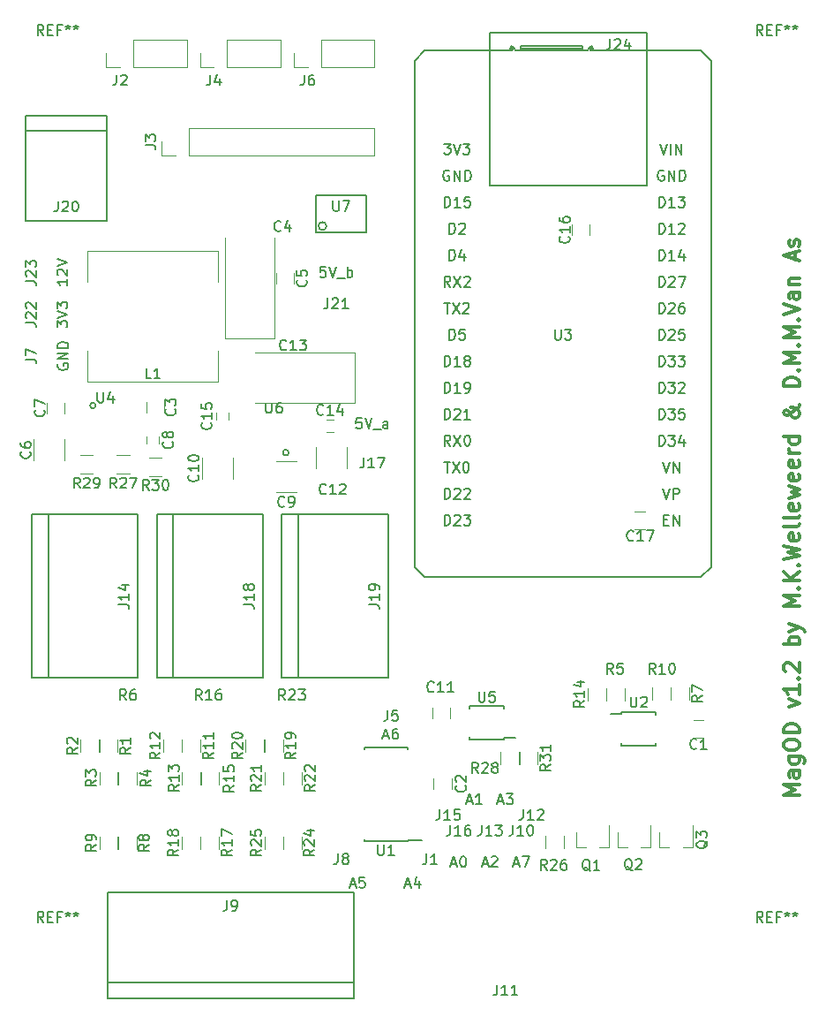
<source format=gto>
G04 #@! TF.GenerationSoftware,KiCad,Pcbnew,(5.0.0)*
G04 #@! TF.CreationDate,2019-05-30T12:20:16+02:00*
G04 #@! TF.ProjectId,ODMeter,4F444D657465722E6B696361645F7063,rev?*
G04 #@! TF.SameCoordinates,Original*
G04 #@! TF.FileFunction,Legend,Top*
G04 #@! TF.FilePolarity,Positive*
%FSLAX46Y46*%
G04 Gerber Fmt 4.6, Leading zero omitted, Abs format (unit mm)*
G04 Created by KiCad (PCBNEW (5.0.0)) date 05/30/19 12:20:16*
%MOMM*%
%LPD*%
G01*
G04 APERTURE LIST*
%ADD10C,0.300000*%
%ADD11C,0.120000*%
%ADD12C,0.150000*%
%ADD13C,0.200000*%
G04 APERTURE END LIST*
D10*
X143178571Y-125107142D02*
X141678571Y-125107142D01*
X142750000Y-124607142D01*
X141678571Y-124107142D01*
X143178571Y-124107142D01*
X143178571Y-122750000D02*
X142392857Y-122750000D01*
X142250000Y-122821428D01*
X142178571Y-122964285D01*
X142178571Y-123250000D01*
X142250000Y-123392857D01*
X143107142Y-122750000D02*
X143178571Y-122892857D01*
X143178571Y-123250000D01*
X143107142Y-123392857D01*
X142964285Y-123464285D01*
X142821428Y-123464285D01*
X142678571Y-123392857D01*
X142607142Y-123250000D01*
X142607142Y-122892857D01*
X142535714Y-122750000D01*
X142178571Y-121392857D02*
X143392857Y-121392857D01*
X143535714Y-121464285D01*
X143607142Y-121535714D01*
X143678571Y-121678571D01*
X143678571Y-121892857D01*
X143607142Y-122035714D01*
X143107142Y-121392857D02*
X143178571Y-121535714D01*
X143178571Y-121821428D01*
X143107142Y-121964285D01*
X143035714Y-122035714D01*
X142892857Y-122107142D01*
X142464285Y-122107142D01*
X142321428Y-122035714D01*
X142250000Y-121964285D01*
X142178571Y-121821428D01*
X142178571Y-121535714D01*
X142250000Y-121392857D01*
X141678571Y-120392857D02*
X141678571Y-120107142D01*
X141750000Y-119964285D01*
X141892857Y-119821428D01*
X142178571Y-119750000D01*
X142678571Y-119750000D01*
X142964285Y-119821428D01*
X143107142Y-119964285D01*
X143178571Y-120107142D01*
X143178571Y-120392857D01*
X143107142Y-120535714D01*
X142964285Y-120678571D01*
X142678571Y-120750000D01*
X142178571Y-120750000D01*
X141892857Y-120678571D01*
X141750000Y-120535714D01*
X141678571Y-120392857D01*
X143178571Y-119107142D02*
X141678571Y-119107142D01*
X141678571Y-118750000D01*
X141750000Y-118535714D01*
X141892857Y-118392857D01*
X142035714Y-118321428D01*
X142321428Y-118250000D01*
X142535714Y-118250000D01*
X142821428Y-118321428D01*
X142964285Y-118392857D01*
X143107142Y-118535714D01*
X143178571Y-118750000D01*
X143178571Y-119107142D01*
X142178571Y-116607142D02*
X143178571Y-116250000D01*
X142178571Y-115892857D01*
X143178571Y-114535714D02*
X143178571Y-115392857D01*
X143178571Y-114964285D02*
X141678571Y-114964285D01*
X141892857Y-115107142D01*
X142035714Y-115250000D01*
X142107142Y-115392857D01*
X143035714Y-113892857D02*
X143107142Y-113821428D01*
X143178571Y-113892857D01*
X143107142Y-113964285D01*
X143035714Y-113892857D01*
X143178571Y-113892857D01*
X141821428Y-113250000D02*
X141750000Y-113178571D01*
X141678571Y-113035714D01*
X141678571Y-112678571D01*
X141750000Y-112535714D01*
X141821428Y-112464285D01*
X141964285Y-112392857D01*
X142107142Y-112392857D01*
X142321428Y-112464285D01*
X143178571Y-113321428D01*
X143178571Y-112392857D01*
X143178571Y-110607142D02*
X141678571Y-110607142D01*
X142250000Y-110607142D02*
X142178571Y-110464285D01*
X142178571Y-110178571D01*
X142250000Y-110035714D01*
X142321428Y-109964285D01*
X142464285Y-109892857D01*
X142892857Y-109892857D01*
X143035714Y-109964285D01*
X143107142Y-110035714D01*
X143178571Y-110178571D01*
X143178571Y-110464285D01*
X143107142Y-110607142D01*
X142178571Y-109392857D02*
X143178571Y-109035714D01*
X142178571Y-108678571D02*
X143178571Y-109035714D01*
X143535714Y-109178571D01*
X143607142Y-109250000D01*
X143678571Y-109392857D01*
X143178571Y-106964285D02*
X141678571Y-106964285D01*
X142750000Y-106464285D01*
X141678571Y-105964285D01*
X143178571Y-105964285D01*
X143035714Y-105250000D02*
X143107142Y-105178571D01*
X143178571Y-105250000D01*
X143107142Y-105321428D01*
X143035714Y-105250000D01*
X143178571Y-105250000D01*
X143178571Y-104535714D02*
X141678571Y-104535714D01*
X143178571Y-103678571D02*
X142321428Y-104321428D01*
X141678571Y-103678571D02*
X142535714Y-104535714D01*
X143035714Y-103035714D02*
X143107142Y-102964285D01*
X143178571Y-103035714D01*
X143107142Y-103107142D01*
X143035714Y-103035714D01*
X143178571Y-103035714D01*
X141678571Y-102464285D02*
X143178571Y-102107142D01*
X142107142Y-101821428D01*
X143178571Y-101535714D01*
X141678571Y-101178571D01*
X143107142Y-100035714D02*
X143178571Y-100178571D01*
X143178571Y-100464285D01*
X143107142Y-100607142D01*
X142964285Y-100678571D01*
X142392857Y-100678571D01*
X142250000Y-100607142D01*
X142178571Y-100464285D01*
X142178571Y-100178571D01*
X142250000Y-100035714D01*
X142392857Y-99964285D01*
X142535714Y-99964285D01*
X142678571Y-100678571D01*
X143178571Y-99107142D02*
X143107142Y-99250000D01*
X142964285Y-99321428D01*
X141678571Y-99321428D01*
X143178571Y-98321428D02*
X143107142Y-98464285D01*
X142964285Y-98535714D01*
X141678571Y-98535714D01*
X143107142Y-97178571D02*
X143178571Y-97321428D01*
X143178571Y-97607142D01*
X143107142Y-97750000D01*
X142964285Y-97821428D01*
X142392857Y-97821428D01*
X142250000Y-97750000D01*
X142178571Y-97607142D01*
X142178571Y-97321428D01*
X142250000Y-97178571D01*
X142392857Y-97107142D01*
X142535714Y-97107142D01*
X142678571Y-97821428D01*
X142178571Y-96607142D02*
X143178571Y-96321428D01*
X142464285Y-96035714D01*
X143178571Y-95750000D01*
X142178571Y-95464285D01*
X143107142Y-94321428D02*
X143178571Y-94464285D01*
X143178571Y-94750000D01*
X143107142Y-94892857D01*
X142964285Y-94964285D01*
X142392857Y-94964285D01*
X142250000Y-94892857D01*
X142178571Y-94750000D01*
X142178571Y-94464285D01*
X142250000Y-94321428D01*
X142392857Y-94250000D01*
X142535714Y-94250000D01*
X142678571Y-94964285D01*
X143107142Y-93035714D02*
X143178571Y-93178571D01*
X143178571Y-93464285D01*
X143107142Y-93607142D01*
X142964285Y-93678571D01*
X142392857Y-93678571D01*
X142250000Y-93607142D01*
X142178571Y-93464285D01*
X142178571Y-93178571D01*
X142250000Y-93035714D01*
X142392857Y-92964285D01*
X142535714Y-92964285D01*
X142678571Y-93678571D01*
X143178571Y-92321428D02*
X142178571Y-92321428D01*
X142464285Y-92321428D02*
X142321428Y-92250000D01*
X142250000Y-92178571D01*
X142178571Y-92035714D01*
X142178571Y-91892857D01*
X143178571Y-90750000D02*
X141678571Y-90750000D01*
X143107142Y-90750000D02*
X143178571Y-90892857D01*
X143178571Y-91178571D01*
X143107142Y-91321428D01*
X143035714Y-91392857D01*
X142892857Y-91464285D01*
X142464285Y-91464285D01*
X142321428Y-91392857D01*
X142250000Y-91321428D01*
X142178571Y-91178571D01*
X142178571Y-90892857D01*
X142250000Y-90750000D01*
X143178571Y-87678571D02*
X143178571Y-87750000D01*
X143107142Y-87892857D01*
X142892857Y-88107142D01*
X142464285Y-88464285D01*
X142250000Y-88607142D01*
X142035714Y-88678571D01*
X141892857Y-88678571D01*
X141750000Y-88607142D01*
X141678571Y-88464285D01*
X141678571Y-88392857D01*
X141750000Y-88250000D01*
X141892857Y-88178571D01*
X141964285Y-88178571D01*
X142107142Y-88250000D01*
X142178571Y-88321428D01*
X142464285Y-88750000D01*
X142535714Y-88821428D01*
X142678571Y-88892857D01*
X142892857Y-88892857D01*
X143035714Y-88821428D01*
X143107142Y-88750000D01*
X143178571Y-88607142D01*
X143178571Y-88392857D01*
X143107142Y-88250000D01*
X143035714Y-88178571D01*
X142750000Y-87964285D01*
X142535714Y-87892857D01*
X142392857Y-87892857D01*
X143178571Y-85892857D02*
X141678571Y-85892857D01*
X141678571Y-85535714D01*
X141750000Y-85321428D01*
X141892857Y-85178571D01*
X142035714Y-85107142D01*
X142321428Y-85035714D01*
X142535714Y-85035714D01*
X142821428Y-85107142D01*
X142964285Y-85178571D01*
X143107142Y-85321428D01*
X143178571Y-85535714D01*
X143178571Y-85892857D01*
X143035714Y-84392857D02*
X143107142Y-84321428D01*
X143178571Y-84392857D01*
X143107142Y-84464285D01*
X143035714Y-84392857D01*
X143178571Y-84392857D01*
X143178571Y-83678571D02*
X141678571Y-83678571D01*
X142750000Y-83178571D01*
X141678571Y-82678571D01*
X143178571Y-82678571D01*
X143035714Y-81964285D02*
X143107142Y-81892857D01*
X143178571Y-81964285D01*
X143107142Y-82035714D01*
X143035714Y-81964285D01*
X143178571Y-81964285D01*
X143178571Y-81250000D02*
X141678571Y-81250000D01*
X142750000Y-80750000D01*
X141678571Y-80250000D01*
X143178571Y-80250000D01*
X143035714Y-79535714D02*
X143107142Y-79464285D01*
X143178571Y-79535714D01*
X143107142Y-79607142D01*
X143035714Y-79535714D01*
X143178571Y-79535714D01*
X141678571Y-79035714D02*
X143178571Y-78535714D01*
X141678571Y-78035714D01*
X143178571Y-76892857D02*
X142392857Y-76892857D01*
X142250000Y-76964285D01*
X142178571Y-77107142D01*
X142178571Y-77392857D01*
X142250000Y-77535714D01*
X143107142Y-76892857D02*
X143178571Y-77035714D01*
X143178571Y-77392857D01*
X143107142Y-77535714D01*
X142964285Y-77607142D01*
X142821428Y-77607142D01*
X142678571Y-77535714D01*
X142607142Y-77392857D01*
X142607142Y-77035714D01*
X142535714Y-76892857D01*
X142178571Y-76178571D02*
X143178571Y-76178571D01*
X142321428Y-76178571D02*
X142250000Y-76107142D01*
X142178571Y-75964285D01*
X142178571Y-75750000D01*
X142250000Y-75607142D01*
X142392857Y-75535714D01*
X143178571Y-75535714D01*
X142750000Y-73750000D02*
X142750000Y-73035714D01*
X143178571Y-73892857D02*
X141678571Y-73392857D01*
X143178571Y-72892857D01*
X143107142Y-72464285D02*
X143178571Y-72321428D01*
X143178571Y-72035714D01*
X143107142Y-71892857D01*
X142964285Y-71821428D01*
X142892857Y-71821428D01*
X142750000Y-71892857D01*
X142678571Y-72035714D01*
X142678571Y-72250000D01*
X142607142Y-72392857D01*
X142464285Y-72464285D01*
X142392857Y-72464285D01*
X142250000Y-72392857D01*
X142178571Y-72250000D01*
X142178571Y-72035714D01*
X142250000Y-71892857D01*
D11*
G04 #@! TO.C,J3*
X81970000Y-63780000D02*
X81970000Y-62450000D01*
X83300000Y-63780000D02*
X81970000Y-63780000D01*
X84570000Y-63780000D02*
X84570000Y-61120000D01*
X84570000Y-61120000D02*
X102410000Y-61120000D01*
X84570000Y-63780000D02*
X102410000Y-63780000D01*
X102410000Y-63780000D02*
X102410000Y-61120000D01*
D12*
G04 #@! TO.C,J24*
X128525000Y-66700000D02*
X128525000Y-52000000D01*
X113475000Y-66700000D02*
X113475000Y-52000000D01*
X128525000Y-52000000D02*
X113475000Y-52000000D01*
X128525000Y-66700000D02*
X113475000Y-66700000D01*
G04 #@! TO.C,U6*
X94179330Y-92255000D02*
G75*
G03X94179330Y-92255000I-279330J0D01*
G01*
G04 #@! TO.C,U4*
X75679330Y-87745000D02*
G75*
G03X75679330Y-87745000I-279330J0D01*
G01*
D11*
G04 #@! TO.C,C16*
X121350000Y-70400000D02*
X121350000Y-71400000D01*
X123050000Y-71400000D02*
X123050000Y-70400000D01*
G04 #@! TO.C,L1*
X87400000Y-72950000D02*
X87400000Y-75900000D01*
X74900000Y-72950000D02*
X87400000Y-72950000D01*
X74900000Y-75900000D02*
X74900000Y-72950000D01*
X74900000Y-85450000D02*
X74900000Y-82500000D01*
X87400000Y-85450000D02*
X74900000Y-85450000D01*
X87400000Y-82500000D02*
X87400000Y-85450000D01*
D12*
G04 #@! TO.C,J20*
X68965000Y-61400000D02*
X76735000Y-61400000D01*
X68965000Y-70010000D02*
X76735000Y-70010000D01*
X76735000Y-70010000D02*
X76735000Y-60000000D01*
X76735000Y-60000000D02*
X68965000Y-60000000D01*
X68965000Y-60000000D02*
X68965000Y-70010000D01*
D13*
G04 #@! TO.C,U3*
X106250000Y-54710000D02*
X106250000Y-103210000D01*
X107250000Y-53710000D02*
X106250000Y-54710000D01*
X133750000Y-104210000D02*
X134750000Y-103210000D01*
X115618475Y-53710000D02*
X107250000Y-53710000D01*
X134750000Y-103210000D02*
X134750000Y-54710000D01*
X134750000Y-54710000D02*
X133750000Y-53710000D01*
X133750000Y-53710000D02*
X123201525Y-53710000D01*
X106250000Y-103210000D02*
X107250000Y-104210000D01*
X107250000Y-104210000D02*
X111500000Y-104210000D01*
X122410000Y-53514489D02*
X122410000Y-53280000D01*
X116410000Y-53280000D02*
X122410000Y-53280000D01*
X122410000Y-53514489D02*
X116410000Y-53514489D01*
X122772132Y-53710000D02*
X116047868Y-53710000D01*
X116410000Y-53280000D02*
X116410000Y-53514489D01*
X115765476Y-53407702D02*
X115887702Y-53509107D01*
X115660000Y-53710000D02*
X115573923Y-53638586D01*
X122932298Y-53509107D02*
X123054524Y-53407702D01*
X115765476Y-53407702D02*
X115573923Y-53638586D01*
X123208447Y-53280000D02*
X123400000Y-53510884D01*
X115960000Y-53663030D02*
X115960000Y-53710000D01*
X115420000Y-53510884D02*
X115611553Y-53280000D01*
X122860000Y-53710000D02*
X122860000Y-53663030D01*
X123246077Y-53638586D02*
X123160000Y-53710000D01*
X123246077Y-53638586D02*
X123054524Y-53407702D01*
X111535000Y-104210000D02*
X133750000Y-104210000D01*
D11*
G04 #@! TO.C,C2*
X108100000Y-123500000D02*
X108100000Y-124500000D01*
X109800000Y-124500000D02*
X109800000Y-123500000D01*
D12*
G04 #@! TO.C,J9*
X100410000Y-143000000D02*
X76790000Y-143000000D01*
X100410000Y-134390000D02*
X76790000Y-134390000D01*
X76790000Y-134390000D02*
X76790000Y-144600000D01*
X76790000Y-144600000D02*
X100410000Y-144600000D01*
X100410000Y-144600000D02*
X100410000Y-134390000D01*
D11*
G04 #@! TO.C,R13*
X83970000Y-124050000D02*
X83970000Y-122850000D01*
X85730000Y-122850000D02*
X85730000Y-124050000D01*
G04 #@! TO.C,R12*
X82170000Y-120950000D02*
X82170000Y-119750000D01*
X83930000Y-119750000D02*
X83930000Y-120950000D01*
G04 #@! TO.C,C1*
X134000000Y-117875000D02*
X133000000Y-117875000D01*
X133000000Y-119575000D02*
X134000000Y-119575000D01*
G04 #@! TO.C,C7*
X72700000Y-88500000D02*
X72700000Y-87500000D01*
X71000000Y-87500000D02*
X71000000Y-88500000D01*
G04 #@! TO.C,R22*
X93660000Y-124050000D02*
X93660000Y-122850000D01*
X95420000Y-122850000D02*
X95420000Y-124050000D01*
G04 #@! TO.C,R24*
X95420000Y-129050000D02*
X95420000Y-130250000D01*
X93660000Y-130250000D02*
X93660000Y-129050000D01*
G04 #@! TO.C,R25*
X91870000Y-130250000D02*
X91870000Y-129050000D01*
X93630000Y-129050000D02*
X93630000Y-130250000D01*
G04 #@! TO.C,J2*
X76670000Y-55330000D02*
X76670000Y-54000000D01*
X78000000Y-55330000D02*
X76670000Y-55330000D01*
X79270000Y-55330000D02*
X79270000Y-52670000D01*
X79270000Y-52670000D02*
X84410000Y-52670000D01*
X79270000Y-55330000D02*
X84410000Y-55330000D01*
X84410000Y-55330000D02*
X84410000Y-52670000D01*
G04 #@! TO.C,R29*
X74200000Y-92470000D02*
X75400000Y-92470000D01*
X75400000Y-94230000D02*
X74200000Y-94230000D01*
D12*
G04 #@! TO.C,U2*
X126125000Y-117300000D02*
X125050000Y-117300000D01*
X126125000Y-120375000D02*
X129375000Y-120375000D01*
X126125000Y-117125000D02*
X129375000Y-117125000D01*
X126125000Y-120375000D02*
X126125000Y-120100000D01*
X129375000Y-120375000D02*
X129375000Y-120100000D01*
X129375000Y-117125000D02*
X129375000Y-117400000D01*
X126125000Y-117125000D02*
X126125000Y-117300000D01*
G04 #@! TO.C,U1*
X105575000Y-129425000D02*
X106950000Y-129425000D01*
X105575000Y-120550000D02*
X101425000Y-120550000D01*
X105575000Y-129450000D02*
X101425000Y-129450000D01*
X105575000Y-120550000D02*
X105575000Y-120665000D01*
X101425000Y-120550000D02*
X101425000Y-120665000D01*
X101425000Y-129450000D02*
X101425000Y-129335000D01*
X105575000Y-129450000D02*
X105575000Y-129425000D01*
D11*
G04 #@! TO.C,R1*
X77780000Y-119750000D02*
X77780000Y-120950000D01*
X76020000Y-120950000D02*
X76020000Y-119750000D01*
G04 #@! TO.C,R2*
X74220000Y-120950000D02*
X74220000Y-119750000D01*
X75980000Y-119750000D02*
X75980000Y-120950000D01*
G04 #@! TO.C,R3*
X76020000Y-124050000D02*
X76020000Y-122850000D01*
X77780000Y-122850000D02*
X77780000Y-124050000D01*
G04 #@! TO.C,R4*
X77820000Y-124050000D02*
X77820000Y-122850000D01*
X79580000Y-122850000D02*
X79580000Y-124050000D01*
G04 #@! TO.C,R8*
X79580000Y-129050000D02*
X79580000Y-130250000D01*
X77820000Y-130250000D02*
X77820000Y-129050000D01*
G04 #@! TO.C,R9*
X76020000Y-130250000D02*
X76020000Y-129050000D01*
X77780000Y-129050000D02*
X77780000Y-130250000D01*
G04 #@! TO.C,R10*
X129070000Y-115975000D02*
X129070000Y-114775000D01*
X130830000Y-114775000D02*
X130830000Y-115975000D01*
G04 #@! TO.C,R11*
X85730000Y-119750000D02*
X85730000Y-120950000D01*
X83970000Y-120950000D02*
X83970000Y-119750000D01*
G04 #@! TO.C,R14*
X122870000Y-116000000D02*
X122870000Y-114800000D01*
X124630000Y-114800000D02*
X124630000Y-116000000D01*
G04 #@! TO.C,R15*
X85770000Y-124050000D02*
X85770000Y-122850000D01*
X87530000Y-122850000D02*
X87530000Y-124050000D01*
G04 #@! TO.C,R17*
X87500000Y-129050000D02*
X87500000Y-130250000D01*
X85740000Y-130250000D02*
X85740000Y-129050000D01*
G04 #@! TO.C,R18*
X83920000Y-130250000D02*
X83920000Y-129050000D01*
X85680000Y-129050000D02*
X85680000Y-130250000D01*
G04 #@! TO.C,R20*
X90070000Y-120950000D02*
X90070000Y-119750000D01*
X91830000Y-119750000D02*
X91830000Y-120950000D01*
G04 #@! TO.C,R21*
X91870000Y-124050000D02*
X91870000Y-122850000D01*
X93630000Y-122850000D02*
X93630000Y-124050000D01*
G04 #@! TO.C,C3*
X80550000Y-87400000D02*
X80550000Y-88400000D01*
X82250000Y-88400000D02*
X82250000Y-87400000D01*
G04 #@! TO.C,C4*
X88050000Y-81300000D02*
X92850000Y-81300000D01*
X92850000Y-81300000D02*
X92850000Y-71700000D01*
X88050000Y-81300000D02*
X88050000Y-71700000D01*
G04 #@! TO.C,C5*
X94700000Y-76050000D02*
X94700000Y-75050000D01*
X93000000Y-75050000D02*
X93000000Y-76050000D01*
G04 #@! TO.C,C6*
X69720000Y-91000000D02*
X69720000Y-93000000D01*
X72680000Y-93000000D02*
X72680000Y-91000000D01*
G04 #@! TO.C,C10*
X88830000Y-94750000D02*
X88830000Y-92750000D01*
X85870000Y-92750000D02*
X85870000Y-94750000D01*
G04 #@! TO.C,C12*
X99730000Y-93750000D02*
X99730000Y-91750000D01*
X96770000Y-91750000D02*
X96770000Y-93750000D01*
G04 #@! TO.C,C13*
X100550000Y-87500000D02*
X100550000Y-82700000D01*
X100550000Y-82700000D02*
X90950000Y-82700000D01*
X100550000Y-87500000D02*
X90950000Y-87500000D01*
G04 #@! TO.C,C14*
X97800000Y-89100000D02*
X98500000Y-89100000D01*
X98500000Y-90300000D02*
X97800000Y-90300000D01*
G04 #@! TO.C,C15*
X87250000Y-89100000D02*
X87250000Y-88400000D01*
X88450000Y-88400000D02*
X88450000Y-89100000D01*
G04 #@! TO.C,Q1*
X121770000Y-130110000D02*
X121770000Y-128650000D01*
X124930000Y-130110000D02*
X124930000Y-127950000D01*
X124930000Y-130110000D02*
X124000000Y-130110000D01*
X121770000Y-130110000D02*
X122700000Y-130110000D01*
G04 #@! TO.C,Q2*
X125770000Y-130110000D02*
X125770000Y-128650000D01*
X128930000Y-130110000D02*
X128930000Y-127950000D01*
X128930000Y-130110000D02*
X128000000Y-130110000D01*
X125770000Y-130110000D02*
X126700000Y-130110000D01*
G04 #@! TO.C,Q3*
X129770000Y-130110000D02*
X129770000Y-128650000D01*
X132930000Y-130110000D02*
X132930000Y-127950000D01*
X132930000Y-130110000D02*
X132000000Y-130110000D01*
X129770000Y-130110000D02*
X130700000Y-130110000D01*
G04 #@! TO.C,R26*
X120580000Y-128950000D02*
X120580000Y-130150000D01*
X118820000Y-130150000D02*
X118820000Y-128950000D01*
G04 #@! TO.C,R27*
X77700000Y-92470000D02*
X78900000Y-92470000D01*
X78900000Y-94230000D02*
X77700000Y-94230000D01*
G04 #@! TO.C,R28*
X114520000Y-122100000D02*
X114520000Y-120900000D01*
X116280000Y-120900000D02*
X116280000Y-122100000D01*
G04 #@! TO.C,R30*
X80800000Y-92770000D02*
X82000000Y-92770000D01*
X82000000Y-94530000D02*
X80800000Y-94530000D01*
G04 #@! TO.C,R31*
X118080000Y-120900000D02*
X118080000Y-122100000D01*
X116320000Y-122100000D02*
X116320000Y-120900000D01*
G04 #@! TO.C,C8*
X81750000Y-90700000D02*
X81750000Y-91400000D01*
X80550000Y-91400000D02*
X80550000Y-90700000D01*
D12*
G04 #@! TO.C,J14*
X71120000Y-113850000D02*
X71120000Y-98150000D01*
X79730000Y-113850000D02*
X79730000Y-98150000D01*
X79730000Y-98150000D02*
X69520000Y-98150000D01*
X69520000Y-98150000D02*
X69520000Y-113850000D01*
X69520000Y-113850000D02*
X79730000Y-113850000D01*
D11*
G04 #@! TO.C,R5*
X126430000Y-114800000D02*
X126430000Y-116000000D01*
X124670000Y-116000000D02*
X124670000Y-114800000D01*
G04 #@! TO.C,R19*
X93630000Y-119750000D02*
X93630000Y-120950000D01*
X91870000Y-120950000D02*
X91870000Y-119750000D01*
D12*
G04 #@! TO.C,U5*
X114825000Y-119600000D02*
X115900000Y-119600000D01*
X114825000Y-116525000D02*
X111575000Y-116525000D01*
X114825000Y-119775000D02*
X111575000Y-119775000D01*
X114825000Y-116525000D02*
X114825000Y-116800000D01*
X111575000Y-116525000D02*
X111575000Y-116800000D01*
X111575000Y-119775000D02*
X111575000Y-119500000D01*
X114825000Y-119775000D02*
X114825000Y-119600000D01*
D11*
G04 #@! TO.C,C9*
X92950000Y-96030000D02*
X94950000Y-96030000D01*
X94950000Y-93070000D02*
X92950000Y-93070000D01*
G04 #@! TO.C,C11*
X107950000Y-116700000D02*
X107950000Y-117700000D01*
X109650000Y-117700000D02*
X109650000Y-116700000D01*
G04 #@! TO.C,J4*
X85670000Y-55330000D02*
X85670000Y-54000000D01*
X87000000Y-55330000D02*
X85670000Y-55330000D01*
X88270000Y-55330000D02*
X88270000Y-52670000D01*
X88270000Y-52670000D02*
X93410000Y-52670000D01*
X88270000Y-55330000D02*
X93410000Y-55330000D01*
X93410000Y-55330000D02*
X93410000Y-52670000D01*
G04 #@! TO.C,J6*
X94670000Y-55330000D02*
X94670000Y-54000000D01*
X96000000Y-55330000D02*
X94670000Y-55330000D01*
X97270000Y-55330000D02*
X97270000Y-52670000D01*
X97270000Y-52670000D02*
X102410000Y-52670000D01*
X97270000Y-55330000D02*
X102410000Y-55330000D01*
X102410000Y-55330000D02*
X102410000Y-52670000D01*
D12*
G04 #@! TO.C,J18*
X83120000Y-113850000D02*
X83120000Y-98150000D01*
X91730000Y-113850000D02*
X91730000Y-98150000D01*
X91730000Y-98150000D02*
X81520000Y-98150000D01*
X81520000Y-98150000D02*
X81520000Y-113850000D01*
X81520000Y-113850000D02*
X91730000Y-113850000D01*
G04 #@! TO.C,J19*
X95120000Y-113850000D02*
X95120000Y-98150000D01*
X103730000Y-113850000D02*
X103730000Y-98150000D01*
X103730000Y-98150000D02*
X93520000Y-98150000D01*
X93520000Y-98150000D02*
X93520000Y-113850000D01*
X93520000Y-113850000D02*
X103730000Y-113850000D01*
D11*
G04 #@! TO.C,R7*
X132630000Y-114775000D02*
X132630000Y-115975000D01*
X130870000Y-115975000D02*
X130870000Y-114775000D01*
D12*
G04 #@! TO.C,U7*
X96787000Y-67622000D02*
X101613000Y-67622000D01*
X101613000Y-67622000D02*
X101613000Y-71178000D01*
X101613000Y-71178000D02*
X96787000Y-71178000D01*
X96787000Y-71178000D02*
X96787000Y-67622000D01*
X97803000Y-70543000D02*
G75*
G03X97803000Y-70543000I-381000J0D01*
G01*
D11*
G04 #@! TO.C,C17*
X127400000Y-99620000D02*
X128400000Y-99620000D01*
X128400000Y-97920000D02*
X127400000Y-97920000D01*
G04 #@! TO.C,J3*
D12*
X80422380Y-62783333D02*
X81136666Y-62783333D01*
X81279523Y-62830952D01*
X81374761Y-62926190D01*
X81422380Y-63069047D01*
X81422380Y-63164285D01*
X80422380Y-62402380D02*
X80422380Y-61783333D01*
X80803333Y-62116666D01*
X80803333Y-61973809D01*
X80850952Y-61878571D01*
X80898571Y-61830952D01*
X80993809Y-61783333D01*
X81231904Y-61783333D01*
X81327142Y-61830952D01*
X81374761Y-61878571D01*
X81422380Y-61973809D01*
X81422380Y-62259523D01*
X81374761Y-62354761D01*
X81327142Y-62402380D01*
G04 #@! TO.C,J24*
X125016476Y-52628380D02*
X125016476Y-53342666D01*
X124968857Y-53485523D01*
X124873619Y-53580761D01*
X124730761Y-53628380D01*
X124635523Y-53628380D01*
X125445047Y-52723619D02*
X125492666Y-52676000D01*
X125587904Y-52628380D01*
X125826000Y-52628380D01*
X125921238Y-52676000D01*
X125968857Y-52723619D01*
X126016476Y-52818857D01*
X126016476Y-52914095D01*
X125968857Y-53056952D01*
X125397428Y-53628380D01*
X126016476Y-53628380D01*
X126873619Y-52961714D02*
X126873619Y-53628380D01*
X126635523Y-52580761D02*
X126397428Y-53295047D01*
X127016476Y-53295047D01*
G04 #@! TO.C,J11*
X114190476Y-143252380D02*
X114190476Y-143966666D01*
X114142857Y-144109523D01*
X114047619Y-144204761D01*
X113904761Y-144252380D01*
X113809523Y-144252380D01*
X115190476Y-144252380D02*
X114619047Y-144252380D01*
X114904761Y-144252380D02*
X114904761Y-143252380D01*
X114809523Y-143395238D01*
X114714285Y-143490476D01*
X114619047Y-143538095D01*
X116142857Y-144252380D02*
X115571428Y-144252380D01*
X115857142Y-144252380D02*
X115857142Y-143252380D01*
X115761904Y-143395238D01*
X115666666Y-143490476D01*
X115571428Y-143538095D01*
G04 #@! TO.C,U6*
X91988095Y-87452380D02*
X91988095Y-88261904D01*
X92035714Y-88357142D01*
X92083333Y-88404761D01*
X92178571Y-88452380D01*
X92369047Y-88452380D01*
X92464285Y-88404761D01*
X92511904Y-88357142D01*
X92559523Y-88261904D01*
X92559523Y-87452380D01*
X93464285Y-87452380D02*
X93273809Y-87452380D01*
X93178571Y-87500000D01*
X93130952Y-87547619D01*
X93035714Y-87690476D01*
X92988095Y-87880952D01*
X92988095Y-88261904D01*
X93035714Y-88357142D01*
X93083333Y-88404761D01*
X93178571Y-88452380D01*
X93369047Y-88452380D01*
X93464285Y-88404761D01*
X93511904Y-88357142D01*
X93559523Y-88261904D01*
X93559523Y-88023809D01*
X93511904Y-87928571D01*
X93464285Y-87880952D01*
X93369047Y-87833333D01*
X93178571Y-87833333D01*
X93083333Y-87880952D01*
X93035714Y-87928571D01*
X92988095Y-88023809D01*
G04 #@! TO.C,U4*
X75838095Y-86452380D02*
X75838095Y-87261904D01*
X75885714Y-87357142D01*
X75933333Y-87404761D01*
X76028571Y-87452380D01*
X76219047Y-87452380D01*
X76314285Y-87404761D01*
X76361904Y-87357142D01*
X76409523Y-87261904D01*
X76409523Y-86452380D01*
X77314285Y-86785714D02*
X77314285Y-87452380D01*
X77076190Y-86404761D02*
X76838095Y-87119047D01*
X77457142Y-87119047D01*
G04 #@! TO.C,C16*
X121057142Y-71542857D02*
X121104761Y-71590476D01*
X121152380Y-71733333D01*
X121152380Y-71828571D01*
X121104761Y-71971428D01*
X121009523Y-72066666D01*
X120914285Y-72114285D01*
X120723809Y-72161904D01*
X120580952Y-72161904D01*
X120390476Y-72114285D01*
X120295238Y-72066666D01*
X120200000Y-71971428D01*
X120152380Y-71828571D01*
X120152380Y-71733333D01*
X120200000Y-71590476D01*
X120247619Y-71542857D01*
X121152380Y-70590476D02*
X121152380Y-71161904D01*
X121152380Y-70876190D02*
X120152380Y-70876190D01*
X120295238Y-70971428D01*
X120390476Y-71066666D01*
X120438095Y-71161904D01*
X120152380Y-69733333D02*
X120152380Y-69923809D01*
X120200000Y-70019047D01*
X120247619Y-70066666D01*
X120390476Y-70161904D01*
X120580952Y-70209523D01*
X120961904Y-70209523D01*
X121057142Y-70161904D01*
X121104761Y-70114285D01*
X121152380Y-70019047D01*
X121152380Y-69828571D01*
X121104761Y-69733333D01*
X121057142Y-69685714D01*
X120961904Y-69638095D01*
X120723809Y-69638095D01*
X120628571Y-69685714D01*
X120580952Y-69733333D01*
X120533333Y-69828571D01*
X120533333Y-70019047D01*
X120580952Y-70114285D01*
X120628571Y-70161904D01*
X120723809Y-70209523D01*
G04 #@! TO.C,L1*
X80983333Y-85152380D02*
X80507142Y-85152380D01*
X80507142Y-84152380D01*
X81840476Y-85152380D02*
X81269047Y-85152380D01*
X81554761Y-85152380D02*
X81554761Y-84152380D01*
X81459523Y-84295238D01*
X81364285Y-84390476D01*
X81269047Y-84438095D01*
G04 #@! TO.C,J20*
X72040476Y-68152380D02*
X72040476Y-68866666D01*
X71992857Y-69009523D01*
X71897619Y-69104761D01*
X71754761Y-69152380D01*
X71659523Y-69152380D01*
X72469047Y-68247619D02*
X72516666Y-68200000D01*
X72611904Y-68152380D01*
X72850000Y-68152380D01*
X72945238Y-68200000D01*
X72992857Y-68247619D01*
X73040476Y-68342857D01*
X73040476Y-68438095D01*
X72992857Y-68580952D01*
X72421428Y-69152380D01*
X73040476Y-69152380D01*
X73659523Y-68152380D02*
X73754761Y-68152380D01*
X73850000Y-68200000D01*
X73897619Y-68247619D01*
X73945238Y-68342857D01*
X73992857Y-68533333D01*
X73992857Y-68771428D01*
X73945238Y-68961904D01*
X73897619Y-69057142D01*
X73850000Y-69104761D01*
X73754761Y-69152380D01*
X73659523Y-69152380D01*
X73564285Y-69104761D01*
X73516666Y-69057142D01*
X73469047Y-68961904D01*
X73421428Y-68771428D01*
X73421428Y-68533333D01*
X73469047Y-68342857D01*
X73516666Y-68247619D01*
X73564285Y-68200000D01*
X73659523Y-68152380D01*
G04 #@! TO.C,U3*
X119738095Y-80442380D02*
X119738095Y-81251904D01*
X119785714Y-81347142D01*
X119833333Y-81394761D01*
X119928571Y-81442380D01*
X120119047Y-81442380D01*
X120214285Y-81394761D01*
X120261904Y-81347142D01*
X120309523Y-81251904D01*
X120309523Y-80442380D01*
X120690476Y-80442380D02*
X121309523Y-80442380D01*
X120976190Y-80823333D01*
X121119047Y-80823333D01*
X121214285Y-80870952D01*
X121261904Y-80918571D01*
X121309523Y-81013809D01*
X121309523Y-81251904D01*
X121261904Y-81347142D01*
X121214285Y-81394761D01*
X121119047Y-81442380D01*
X120833333Y-81442380D01*
X120738095Y-81394761D01*
X120690476Y-81347142D01*
X129834761Y-62662380D02*
X130168095Y-63662380D01*
X130501428Y-62662380D01*
X130834761Y-63662380D02*
X130834761Y-62662380D01*
X131310952Y-63662380D02*
X131310952Y-62662380D01*
X131882380Y-63662380D01*
X131882380Y-62662380D01*
X130168095Y-65250000D02*
X130072857Y-65202380D01*
X129930000Y-65202380D01*
X129787142Y-65250000D01*
X129691904Y-65345238D01*
X129644285Y-65440476D01*
X129596666Y-65630952D01*
X129596666Y-65773809D01*
X129644285Y-65964285D01*
X129691904Y-66059523D01*
X129787142Y-66154761D01*
X129930000Y-66202380D01*
X130025238Y-66202380D01*
X130168095Y-66154761D01*
X130215714Y-66107142D01*
X130215714Y-65773809D01*
X130025238Y-65773809D01*
X130644285Y-66202380D02*
X130644285Y-65202380D01*
X131215714Y-66202380D01*
X131215714Y-65202380D01*
X131691904Y-66202380D02*
X131691904Y-65202380D01*
X131930000Y-65202380D01*
X132072857Y-65250000D01*
X132168095Y-65345238D01*
X132215714Y-65440476D01*
X132263333Y-65630952D01*
X132263333Y-65773809D01*
X132215714Y-65964285D01*
X132168095Y-66059523D01*
X132072857Y-66154761D01*
X131930000Y-66202380D01*
X131691904Y-66202380D01*
X129715714Y-68742380D02*
X129715714Y-67742380D01*
X129953809Y-67742380D01*
X130096666Y-67790000D01*
X130191904Y-67885238D01*
X130239523Y-67980476D01*
X130287142Y-68170952D01*
X130287142Y-68313809D01*
X130239523Y-68504285D01*
X130191904Y-68599523D01*
X130096666Y-68694761D01*
X129953809Y-68742380D01*
X129715714Y-68742380D01*
X131239523Y-68742380D02*
X130668095Y-68742380D01*
X130953809Y-68742380D02*
X130953809Y-67742380D01*
X130858571Y-67885238D01*
X130763333Y-67980476D01*
X130668095Y-68028095D01*
X131572857Y-67742380D02*
X132191904Y-67742380D01*
X131858571Y-68123333D01*
X132001428Y-68123333D01*
X132096666Y-68170952D01*
X132144285Y-68218571D01*
X132191904Y-68313809D01*
X132191904Y-68551904D01*
X132144285Y-68647142D01*
X132096666Y-68694761D01*
X132001428Y-68742380D01*
X131715714Y-68742380D01*
X131620476Y-68694761D01*
X131572857Y-68647142D01*
X129715714Y-71282380D02*
X129715714Y-70282380D01*
X129953809Y-70282380D01*
X130096666Y-70330000D01*
X130191904Y-70425238D01*
X130239523Y-70520476D01*
X130287142Y-70710952D01*
X130287142Y-70853809D01*
X130239523Y-71044285D01*
X130191904Y-71139523D01*
X130096666Y-71234761D01*
X129953809Y-71282380D01*
X129715714Y-71282380D01*
X131239523Y-71282380D02*
X130668095Y-71282380D01*
X130953809Y-71282380D02*
X130953809Y-70282380D01*
X130858571Y-70425238D01*
X130763333Y-70520476D01*
X130668095Y-70568095D01*
X131620476Y-70377619D02*
X131668095Y-70330000D01*
X131763333Y-70282380D01*
X132001428Y-70282380D01*
X132096666Y-70330000D01*
X132144285Y-70377619D01*
X132191904Y-70472857D01*
X132191904Y-70568095D01*
X132144285Y-70710952D01*
X131572857Y-71282380D01*
X132191904Y-71282380D01*
X129715714Y-73822380D02*
X129715714Y-72822380D01*
X129953809Y-72822380D01*
X130096666Y-72870000D01*
X130191904Y-72965238D01*
X130239523Y-73060476D01*
X130287142Y-73250952D01*
X130287142Y-73393809D01*
X130239523Y-73584285D01*
X130191904Y-73679523D01*
X130096666Y-73774761D01*
X129953809Y-73822380D01*
X129715714Y-73822380D01*
X131239523Y-73822380D02*
X130668095Y-73822380D01*
X130953809Y-73822380D02*
X130953809Y-72822380D01*
X130858571Y-72965238D01*
X130763333Y-73060476D01*
X130668095Y-73108095D01*
X132096666Y-73155714D02*
X132096666Y-73822380D01*
X131858571Y-72774761D02*
X131620476Y-73489047D01*
X132239523Y-73489047D01*
X129715714Y-76362380D02*
X129715714Y-75362380D01*
X129953809Y-75362380D01*
X130096666Y-75410000D01*
X130191904Y-75505238D01*
X130239523Y-75600476D01*
X130287142Y-75790952D01*
X130287142Y-75933809D01*
X130239523Y-76124285D01*
X130191904Y-76219523D01*
X130096666Y-76314761D01*
X129953809Y-76362380D01*
X129715714Y-76362380D01*
X130668095Y-75457619D02*
X130715714Y-75410000D01*
X130810952Y-75362380D01*
X131049047Y-75362380D01*
X131144285Y-75410000D01*
X131191904Y-75457619D01*
X131239523Y-75552857D01*
X131239523Y-75648095D01*
X131191904Y-75790952D01*
X130620476Y-76362380D01*
X131239523Y-76362380D01*
X131572857Y-75362380D02*
X132239523Y-75362380D01*
X131810952Y-76362380D01*
X129715714Y-78902380D02*
X129715714Y-77902380D01*
X129953809Y-77902380D01*
X130096666Y-77950000D01*
X130191904Y-78045238D01*
X130239523Y-78140476D01*
X130287142Y-78330952D01*
X130287142Y-78473809D01*
X130239523Y-78664285D01*
X130191904Y-78759523D01*
X130096666Y-78854761D01*
X129953809Y-78902380D01*
X129715714Y-78902380D01*
X130668095Y-77997619D02*
X130715714Y-77950000D01*
X130810952Y-77902380D01*
X131049047Y-77902380D01*
X131144285Y-77950000D01*
X131191904Y-77997619D01*
X131239523Y-78092857D01*
X131239523Y-78188095D01*
X131191904Y-78330952D01*
X130620476Y-78902380D01*
X131239523Y-78902380D01*
X132096666Y-77902380D02*
X131906190Y-77902380D01*
X131810952Y-77950000D01*
X131763333Y-77997619D01*
X131668095Y-78140476D01*
X131620476Y-78330952D01*
X131620476Y-78711904D01*
X131668095Y-78807142D01*
X131715714Y-78854761D01*
X131810952Y-78902380D01*
X132001428Y-78902380D01*
X132096666Y-78854761D01*
X132144285Y-78807142D01*
X132191904Y-78711904D01*
X132191904Y-78473809D01*
X132144285Y-78378571D01*
X132096666Y-78330952D01*
X132001428Y-78283333D01*
X131810952Y-78283333D01*
X131715714Y-78330952D01*
X131668095Y-78378571D01*
X131620476Y-78473809D01*
X129715714Y-81442380D02*
X129715714Y-80442380D01*
X129953809Y-80442380D01*
X130096666Y-80490000D01*
X130191904Y-80585238D01*
X130239523Y-80680476D01*
X130287142Y-80870952D01*
X130287142Y-81013809D01*
X130239523Y-81204285D01*
X130191904Y-81299523D01*
X130096666Y-81394761D01*
X129953809Y-81442380D01*
X129715714Y-81442380D01*
X130668095Y-80537619D02*
X130715714Y-80490000D01*
X130810952Y-80442380D01*
X131049047Y-80442380D01*
X131144285Y-80490000D01*
X131191904Y-80537619D01*
X131239523Y-80632857D01*
X131239523Y-80728095D01*
X131191904Y-80870952D01*
X130620476Y-81442380D01*
X131239523Y-81442380D01*
X132144285Y-80442380D02*
X131668095Y-80442380D01*
X131620476Y-80918571D01*
X131668095Y-80870952D01*
X131763333Y-80823333D01*
X132001428Y-80823333D01*
X132096666Y-80870952D01*
X132144285Y-80918571D01*
X132191904Y-81013809D01*
X132191904Y-81251904D01*
X132144285Y-81347142D01*
X132096666Y-81394761D01*
X132001428Y-81442380D01*
X131763333Y-81442380D01*
X131668095Y-81394761D01*
X131620476Y-81347142D01*
X129715714Y-83982380D02*
X129715714Y-82982380D01*
X129953809Y-82982380D01*
X130096666Y-83030000D01*
X130191904Y-83125238D01*
X130239523Y-83220476D01*
X130287142Y-83410952D01*
X130287142Y-83553809D01*
X130239523Y-83744285D01*
X130191904Y-83839523D01*
X130096666Y-83934761D01*
X129953809Y-83982380D01*
X129715714Y-83982380D01*
X130620476Y-82982380D02*
X131239523Y-82982380D01*
X130906190Y-83363333D01*
X131049047Y-83363333D01*
X131144285Y-83410952D01*
X131191904Y-83458571D01*
X131239523Y-83553809D01*
X131239523Y-83791904D01*
X131191904Y-83887142D01*
X131144285Y-83934761D01*
X131049047Y-83982380D01*
X130763333Y-83982380D01*
X130668095Y-83934761D01*
X130620476Y-83887142D01*
X131572857Y-82982380D02*
X132191904Y-82982380D01*
X131858571Y-83363333D01*
X132001428Y-83363333D01*
X132096666Y-83410952D01*
X132144285Y-83458571D01*
X132191904Y-83553809D01*
X132191904Y-83791904D01*
X132144285Y-83887142D01*
X132096666Y-83934761D01*
X132001428Y-83982380D01*
X131715714Y-83982380D01*
X131620476Y-83934761D01*
X131572857Y-83887142D01*
X129715714Y-86522380D02*
X129715714Y-85522380D01*
X129953809Y-85522380D01*
X130096666Y-85570000D01*
X130191904Y-85665238D01*
X130239523Y-85760476D01*
X130287142Y-85950952D01*
X130287142Y-86093809D01*
X130239523Y-86284285D01*
X130191904Y-86379523D01*
X130096666Y-86474761D01*
X129953809Y-86522380D01*
X129715714Y-86522380D01*
X130620476Y-85522380D02*
X131239523Y-85522380D01*
X130906190Y-85903333D01*
X131049047Y-85903333D01*
X131144285Y-85950952D01*
X131191904Y-85998571D01*
X131239523Y-86093809D01*
X131239523Y-86331904D01*
X131191904Y-86427142D01*
X131144285Y-86474761D01*
X131049047Y-86522380D01*
X130763333Y-86522380D01*
X130668095Y-86474761D01*
X130620476Y-86427142D01*
X131620476Y-85617619D02*
X131668095Y-85570000D01*
X131763333Y-85522380D01*
X132001428Y-85522380D01*
X132096666Y-85570000D01*
X132144285Y-85617619D01*
X132191904Y-85712857D01*
X132191904Y-85808095D01*
X132144285Y-85950952D01*
X131572857Y-86522380D01*
X132191904Y-86522380D01*
X129715714Y-89062380D02*
X129715714Y-88062380D01*
X129953809Y-88062380D01*
X130096666Y-88110000D01*
X130191904Y-88205238D01*
X130239523Y-88300476D01*
X130287142Y-88490952D01*
X130287142Y-88633809D01*
X130239523Y-88824285D01*
X130191904Y-88919523D01*
X130096666Y-89014761D01*
X129953809Y-89062380D01*
X129715714Y-89062380D01*
X130620476Y-88062380D02*
X131239523Y-88062380D01*
X130906190Y-88443333D01*
X131049047Y-88443333D01*
X131144285Y-88490952D01*
X131191904Y-88538571D01*
X131239523Y-88633809D01*
X131239523Y-88871904D01*
X131191904Y-88967142D01*
X131144285Y-89014761D01*
X131049047Y-89062380D01*
X130763333Y-89062380D01*
X130668095Y-89014761D01*
X130620476Y-88967142D01*
X132144285Y-88062380D02*
X131668095Y-88062380D01*
X131620476Y-88538571D01*
X131668095Y-88490952D01*
X131763333Y-88443333D01*
X132001428Y-88443333D01*
X132096666Y-88490952D01*
X132144285Y-88538571D01*
X132191904Y-88633809D01*
X132191904Y-88871904D01*
X132144285Y-88967142D01*
X132096666Y-89014761D01*
X132001428Y-89062380D01*
X131763333Y-89062380D01*
X131668095Y-89014761D01*
X131620476Y-88967142D01*
X129715714Y-91602380D02*
X129715714Y-90602380D01*
X129953809Y-90602380D01*
X130096666Y-90650000D01*
X130191904Y-90745238D01*
X130239523Y-90840476D01*
X130287142Y-91030952D01*
X130287142Y-91173809D01*
X130239523Y-91364285D01*
X130191904Y-91459523D01*
X130096666Y-91554761D01*
X129953809Y-91602380D01*
X129715714Y-91602380D01*
X130620476Y-90602380D02*
X131239523Y-90602380D01*
X130906190Y-90983333D01*
X131049047Y-90983333D01*
X131144285Y-91030952D01*
X131191904Y-91078571D01*
X131239523Y-91173809D01*
X131239523Y-91411904D01*
X131191904Y-91507142D01*
X131144285Y-91554761D01*
X131049047Y-91602380D01*
X130763333Y-91602380D01*
X130668095Y-91554761D01*
X130620476Y-91507142D01*
X132096666Y-90935714D02*
X132096666Y-91602380D01*
X131858571Y-90554761D02*
X131620476Y-91269047D01*
X132239523Y-91269047D01*
X130072857Y-93142380D02*
X130406190Y-94142380D01*
X130739523Y-93142380D01*
X131072857Y-94142380D02*
X131072857Y-93142380D01*
X131644285Y-94142380D01*
X131644285Y-93142380D01*
X130096666Y-95682380D02*
X130430000Y-96682380D01*
X130763333Y-95682380D01*
X131096666Y-96682380D02*
X131096666Y-95682380D01*
X131477619Y-95682380D01*
X131572857Y-95730000D01*
X131620476Y-95777619D01*
X131668095Y-95872857D01*
X131668095Y-96015714D01*
X131620476Y-96110952D01*
X131572857Y-96158571D01*
X131477619Y-96206190D01*
X131096666Y-96206190D01*
X130191904Y-98698571D02*
X130525238Y-98698571D01*
X130668095Y-99222380D02*
X130191904Y-99222380D01*
X130191904Y-98222380D01*
X130668095Y-98222380D01*
X131096666Y-99222380D02*
X131096666Y-98222380D01*
X131668095Y-99222380D01*
X131668095Y-98222380D01*
X109101904Y-62662380D02*
X109720952Y-62662380D01*
X109387619Y-63043333D01*
X109530476Y-63043333D01*
X109625714Y-63090952D01*
X109673333Y-63138571D01*
X109720952Y-63233809D01*
X109720952Y-63471904D01*
X109673333Y-63567142D01*
X109625714Y-63614761D01*
X109530476Y-63662380D01*
X109244761Y-63662380D01*
X109149523Y-63614761D01*
X109101904Y-63567142D01*
X110006666Y-62662380D02*
X110340000Y-63662380D01*
X110673333Y-62662380D01*
X110911428Y-62662380D02*
X111530476Y-62662380D01*
X111197142Y-63043333D01*
X111340000Y-63043333D01*
X111435238Y-63090952D01*
X111482857Y-63138571D01*
X111530476Y-63233809D01*
X111530476Y-63471904D01*
X111482857Y-63567142D01*
X111435238Y-63614761D01*
X111340000Y-63662380D01*
X111054285Y-63662380D01*
X110959047Y-63614761D01*
X110911428Y-63567142D01*
X109578095Y-65250000D02*
X109482857Y-65202380D01*
X109340000Y-65202380D01*
X109197142Y-65250000D01*
X109101904Y-65345238D01*
X109054285Y-65440476D01*
X109006666Y-65630952D01*
X109006666Y-65773809D01*
X109054285Y-65964285D01*
X109101904Y-66059523D01*
X109197142Y-66154761D01*
X109340000Y-66202380D01*
X109435238Y-66202380D01*
X109578095Y-66154761D01*
X109625714Y-66107142D01*
X109625714Y-65773809D01*
X109435238Y-65773809D01*
X110054285Y-66202380D02*
X110054285Y-65202380D01*
X110625714Y-66202380D01*
X110625714Y-65202380D01*
X111101904Y-66202380D02*
X111101904Y-65202380D01*
X111340000Y-65202380D01*
X111482857Y-65250000D01*
X111578095Y-65345238D01*
X111625714Y-65440476D01*
X111673333Y-65630952D01*
X111673333Y-65773809D01*
X111625714Y-65964285D01*
X111578095Y-66059523D01*
X111482857Y-66154761D01*
X111340000Y-66202380D01*
X111101904Y-66202380D01*
X109125714Y-68742380D02*
X109125714Y-67742380D01*
X109363809Y-67742380D01*
X109506666Y-67790000D01*
X109601904Y-67885238D01*
X109649523Y-67980476D01*
X109697142Y-68170952D01*
X109697142Y-68313809D01*
X109649523Y-68504285D01*
X109601904Y-68599523D01*
X109506666Y-68694761D01*
X109363809Y-68742380D01*
X109125714Y-68742380D01*
X110649523Y-68742380D02*
X110078095Y-68742380D01*
X110363809Y-68742380D02*
X110363809Y-67742380D01*
X110268571Y-67885238D01*
X110173333Y-67980476D01*
X110078095Y-68028095D01*
X111554285Y-67742380D02*
X111078095Y-67742380D01*
X111030476Y-68218571D01*
X111078095Y-68170952D01*
X111173333Y-68123333D01*
X111411428Y-68123333D01*
X111506666Y-68170952D01*
X111554285Y-68218571D01*
X111601904Y-68313809D01*
X111601904Y-68551904D01*
X111554285Y-68647142D01*
X111506666Y-68694761D01*
X111411428Y-68742380D01*
X111173333Y-68742380D01*
X111078095Y-68694761D01*
X111030476Y-68647142D01*
X109601904Y-71282380D02*
X109601904Y-70282380D01*
X109840000Y-70282380D01*
X109982857Y-70330000D01*
X110078095Y-70425238D01*
X110125714Y-70520476D01*
X110173333Y-70710952D01*
X110173333Y-70853809D01*
X110125714Y-71044285D01*
X110078095Y-71139523D01*
X109982857Y-71234761D01*
X109840000Y-71282380D01*
X109601904Y-71282380D01*
X110554285Y-70377619D02*
X110601904Y-70330000D01*
X110697142Y-70282380D01*
X110935238Y-70282380D01*
X111030476Y-70330000D01*
X111078095Y-70377619D01*
X111125714Y-70472857D01*
X111125714Y-70568095D01*
X111078095Y-70710952D01*
X110506666Y-71282380D01*
X111125714Y-71282380D01*
X109601904Y-73822380D02*
X109601904Y-72822380D01*
X109840000Y-72822380D01*
X109982857Y-72870000D01*
X110078095Y-72965238D01*
X110125714Y-73060476D01*
X110173333Y-73250952D01*
X110173333Y-73393809D01*
X110125714Y-73584285D01*
X110078095Y-73679523D01*
X109982857Y-73774761D01*
X109840000Y-73822380D01*
X109601904Y-73822380D01*
X111030476Y-73155714D02*
X111030476Y-73822380D01*
X110792380Y-72774761D02*
X110554285Y-73489047D01*
X111173333Y-73489047D01*
X109697142Y-76362380D02*
X109363809Y-75886190D01*
X109125714Y-76362380D02*
X109125714Y-75362380D01*
X109506666Y-75362380D01*
X109601904Y-75410000D01*
X109649523Y-75457619D01*
X109697142Y-75552857D01*
X109697142Y-75695714D01*
X109649523Y-75790952D01*
X109601904Y-75838571D01*
X109506666Y-75886190D01*
X109125714Y-75886190D01*
X110030476Y-75362380D02*
X110697142Y-76362380D01*
X110697142Y-75362380D02*
X110030476Y-76362380D01*
X111030476Y-75457619D02*
X111078095Y-75410000D01*
X111173333Y-75362380D01*
X111411428Y-75362380D01*
X111506666Y-75410000D01*
X111554285Y-75457619D01*
X111601904Y-75552857D01*
X111601904Y-75648095D01*
X111554285Y-75790952D01*
X110982857Y-76362380D01*
X111601904Y-76362380D01*
X109101904Y-77902380D02*
X109673333Y-77902380D01*
X109387619Y-78902380D02*
X109387619Y-77902380D01*
X109911428Y-77902380D02*
X110578095Y-78902380D01*
X110578095Y-77902380D02*
X109911428Y-78902380D01*
X110911428Y-77997619D02*
X110959047Y-77950000D01*
X111054285Y-77902380D01*
X111292380Y-77902380D01*
X111387619Y-77950000D01*
X111435238Y-77997619D01*
X111482857Y-78092857D01*
X111482857Y-78188095D01*
X111435238Y-78330952D01*
X110863809Y-78902380D01*
X111482857Y-78902380D01*
X109601904Y-81442380D02*
X109601904Y-80442380D01*
X109840000Y-80442380D01*
X109982857Y-80490000D01*
X110078095Y-80585238D01*
X110125714Y-80680476D01*
X110173333Y-80870952D01*
X110173333Y-81013809D01*
X110125714Y-81204285D01*
X110078095Y-81299523D01*
X109982857Y-81394761D01*
X109840000Y-81442380D01*
X109601904Y-81442380D01*
X111078095Y-80442380D02*
X110601904Y-80442380D01*
X110554285Y-80918571D01*
X110601904Y-80870952D01*
X110697142Y-80823333D01*
X110935238Y-80823333D01*
X111030476Y-80870952D01*
X111078095Y-80918571D01*
X111125714Y-81013809D01*
X111125714Y-81251904D01*
X111078095Y-81347142D01*
X111030476Y-81394761D01*
X110935238Y-81442380D01*
X110697142Y-81442380D01*
X110601904Y-81394761D01*
X110554285Y-81347142D01*
X109125714Y-83982380D02*
X109125714Y-82982380D01*
X109363809Y-82982380D01*
X109506666Y-83030000D01*
X109601904Y-83125238D01*
X109649523Y-83220476D01*
X109697142Y-83410952D01*
X109697142Y-83553809D01*
X109649523Y-83744285D01*
X109601904Y-83839523D01*
X109506666Y-83934761D01*
X109363809Y-83982380D01*
X109125714Y-83982380D01*
X110649523Y-83982380D02*
X110078095Y-83982380D01*
X110363809Y-83982380D02*
X110363809Y-82982380D01*
X110268571Y-83125238D01*
X110173333Y-83220476D01*
X110078095Y-83268095D01*
X111220952Y-83410952D02*
X111125714Y-83363333D01*
X111078095Y-83315714D01*
X111030476Y-83220476D01*
X111030476Y-83172857D01*
X111078095Y-83077619D01*
X111125714Y-83030000D01*
X111220952Y-82982380D01*
X111411428Y-82982380D01*
X111506666Y-83030000D01*
X111554285Y-83077619D01*
X111601904Y-83172857D01*
X111601904Y-83220476D01*
X111554285Y-83315714D01*
X111506666Y-83363333D01*
X111411428Y-83410952D01*
X111220952Y-83410952D01*
X111125714Y-83458571D01*
X111078095Y-83506190D01*
X111030476Y-83601428D01*
X111030476Y-83791904D01*
X111078095Y-83887142D01*
X111125714Y-83934761D01*
X111220952Y-83982380D01*
X111411428Y-83982380D01*
X111506666Y-83934761D01*
X111554285Y-83887142D01*
X111601904Y-83791904D01*
X111601904Y-83601428D01*
X111554285Y-83506190D01*
X111506666Y-83458571D01*
X111411428Y-83410952D01*
X109125714Y-86522380D02*
X109125714Y-85522380D01*
X109363809Y-85522380D01*
X109506666Y-85570000D01*
X109601904Y-85665238D01*
X109649523Y-85760476D01*
X109697142Y-85950952D01*
X109697142Y-86093809D01*
X109649523Y-86284285D01*
X109601904Y-86379523D01*
X109506666Y-86474761D01*
X109363809Y-86522380D01*
X109125714Y-86522380D01*
X110649523Y-86522380D02*
X110078095Y-86522380D01*
X110363809Y-86522380D02*
X110363809Y-85522380D01*
X110268571Y-85665238D01*
X110173333Y-85760476D01*
X110078095Y-85808095D01*
X111125714Y-86522380D02*
X111316190Y-86522380D01*
X111411428Y-86474761D01*
X111459047Y-86427142D01*
X111554285Y-86284285D01*
X111601904Y-86093809D01*
X111601904Y-85712857D01*
X111554285Y-85617619D01*
X111506666Y-85570000D01*
X111411428Y-85522380D01*
X111220952Y-85522380D01*
X111125714Y-85570000D01*
X111078095Y-85617619D01*
X111030476Y-85712857D01*
X111030476Y-85950952D01*
X111078095Y-86046190D01*
X111125714Y-86093809D01*
X111220952Y-86141428D01*
X111411428Y-86141428D01*
X111506666Y-86093809D01*
X111554285Y-86046190D01*
X111601904Y-85950952D01*
X109125714Y-89062380D02*
X109125714Y-88062380D01*
X109363809Y-88062380D01*
X109506666Y-88110000D01*
X109601904Y-88205238D01*
X109649523Y-88300476D01*
X109697142Y-88490952D01*
X109697142Y-88633809D01*
X109649523Y-88824285D01*
X109601904Y-88919523D01*
X109506666Y-89014761D01*
X109363809Y-89062380D01*
X109125714Y-89062380D01*
X110078095Y-88157619D02*
X110125714Y-88110000D01*
X110220952Y-88062380D01*
X110459047Y-88062380D01*
X110554285Y-88110000D01*
X110601904Y-88157619D01*
X110649523Y-88252857D01*
X110649523Y-88348095D01*
X110601904Y-88490952D01*
X110030476Y-89062380D01*
X110649523Y-89062380D01*
X111601904Y-89062380D02*
X111030476Y-89062380D01*
X111316190Y-89062380D02*
X111316190Y-88062380D01*
X111220952Y-88205238D01*
X111125714Y-88300476D01*
X111030476Y-88348095D01*
X109697142Y-91602380D02*
X109363809Y-91126190D01*
X109125714Y-91602380D02*
X109125714Y-90602380D01*
X109506666Y-90602380D01*
X109601904Y-90650000D01*
X109649523Y-90697619D01*
X109697142Y-90792857D01*
X109697142Y-90935714D01*
X109649523Y-91030952D01*
X109601904Y-91078571D01*
X109506666Y-91126190D01*
X109125714Y-91126190D01*
X110030476Y-90602380D02*
X110697142Y-91602380D01*
X110697142Y-90602380D02*
X110030476Y-91602380D01*
X111268571Y-90602380D02*
X111363809Y-90602380D01*
X111459047Y-90650000D01*
X111506666Y-90697619D01*
X111554285Y-90792857D01*
X111601904Y-90983333D01*
X111601904Y-91221428D01*
X111554285Y-91411904D01*
X111506666Y-91507142D01*
X111459047Y-91554761D01*
X111363809Y-91602380D01*
X111268571Y-91602380D01*
X111173333Y-91554761D01*
X111125714Y-91507142D01*
X111078095Y-91411904D01*
X111030476Y-91221428D01*
X111030476Y-90983333D01*
X111078095Y-90792857D01*
X111125714Y-90697619D01*
X111173333Y-90650000D01*
X111268571Y-90602380D01*
X109101904Y-93142380D02*
X109673333Y-93142380D01*
X109387619Y-94142380D02*
X109387619Y-93142380D01*
X109911428Y-93142380D02*
X110578095Y-94142380D01*
X110578095Y-93142380D02*
X109911428Y-94142380D01*
X111149523Y-93142380D02*
X111244761Y-93142380D01*
X111340000Y-93190000D01*
X111387619Y-93237619D01*
X111435238Y-93332857D01*
X111482857Y-93523333D01*
X111482857Y-93761428D01*
X111435238Y-93951904D01*
X111387619Y-94047142D01*
X111340000Y-94094761D01*
X111244761Y-94142380D01*
X111149523Y-94142380D01*
X111054285Y-94094761D01*
X111006666Y-94047142D01*
X110959047Y-93951904D01*
X110911428Y-93761428D01*
X110911428Y-93523333D01*
X110959047Y-93332857D01*
X111006666Y-93237619D01*
X111054285Y-93190000D01*
X111149523Y-93142380D01*
X109125714Y-96682380D02*
X109125714Y-95682380D01*
X109363809Y-95682380D01*
X109506666Y-95730000D01*
X109601904Y-95825238D01*
X109649523Y-95920476D01*
X109697142Y-96110952D01*
X109697142Y-96253809D01*
X109649523Y-96444285D01*
X109601904Y-96539523D01*
X109506666Y-96634761D01*
X109363809Y-96682380D01*
X109125714Y-96682380D01*
X110078095Y-95777619D02*
X110125714Y-95730000D01*
X110220952Y-95682380D01*
X110459047Y-95682380D01*
X110554285Y-95730000D01*
X110601904Y-95777619D01*
X110649523Y-95872857D01*
X110649523Y-95968095D01*
X110601904Y-96110952D01*
X110030476Y-96682380D01*
X110649523Y-96682380D01*
X111030476Y-95777619D02*
X111078095Y-95730000D01*
X111173333Y-95682380D01*
X111411428Y-95682380D01*
X111506666Y-95730000D01*
X111554285Y-95777619D01*
X111601904Y-95872857D01*
X111601904Y-95968095D01*
X111554285Y-96110952D01*
X110982857Y-96682380D01*
X111601904Y-96682380D01*
X109125714Y-99222380D02*
X109125714Y-98222380D01*
X109363809Y-98222380D01*
X109506666Y-98270000D01*
X109601904Y-98365238D01*
X109649523Y-98460476D01*
X109697142Y-98650952D01*
X109697142Y-98793809D01*
X109649523Y-98984285D01*
X109601904Y-99079523D01*
X109506666Y-99174761D01*
X109363809Y-99222380D01*
X109125714Y-99222380D01*
X110078095Y-98317619D02*
X110125714Y-98270000D01*
X110220952Y-98222380D01*
X110459047Y-98222380D01*
X110554285Y-98270000D01*
X110601904Y-98317619D01*
X110649523Y-98412857D01*
X110649523Y-98508095D01*
X110601904Y-98650952D01*
X110030476Y-99222380D01*
X110649523Y-99222380D01*
X110982857Y-98222380D02*
X111601904Y-98222380D01*
X111268571Y-98603333D01*
X111411428Y-98603333D01*
X111506666Y-98650952D01*
X111554285Y-98698571D01*
X111601904Y-98793809D01*
X111601904Y-99031904D01*
X111554285Y-99127142D01*
X111506666Y-99174761D01*
X111411428Y-99222380D01*
X111125714Y-99222380D01*
X111030476Y-99174761D01*
X110982857Y-99127142D01*
G04 #@! TO.C,REF\002A\002A*
X139666666Y-52252380D02*
X139333333Y-51776190D01*
X139095238Y-52252380D02*
X139095238Y-51252380D01*
X139476190Y-51252380D01*
X139571428Y-51300000D01*
X139619047Y-51347619D01*
X139666666Y-51442857D01*
X139666666Y-51585714D01*
X139619047Y-51680952D01*
X139571428Y-51728571D01*
X139476190Y-51776190D01*
X139095238Y-51776190D01*
X140095238Y-51728571D02*
X140428571Y-51728571D01*
X140571428Y-52252380D02*
X140095238Y-52252380D01*
X140095238Y-51252380D01*
X140571428Y-51252380D01*
X141333333Y-51728571D02*
X141000000Y-51728571D01*
X141000000Y-52252380D02*
X141000000Y-51252380D01*
X141476190Y-51252380D01*
X142000000Y-51252380D02*
X142000000Y-51490476D01*
X141761904Y-51395238D02*
X142000000Y-51490476D01*
X142238095Y-51395238D01*
X141857142Y-51680952D02*
X142000000Y-51490476D01*
X142142857Y-51680952D01*
X142761904Y-51252380D02*
X142761904Y-51490476D01*
X142523809Y-51395238D02*
X142761904Y-51490476D01*
X143000000Y-51395238D01*
X142619047Y-51680952D02*
X142761904Y-51490476D01*
X142904761Y-51680952D01*
X139666666Y-137252380D02*
X139333333Y-136776190D01*
X139095238Y-137252380D02*
X139095238Y-136252380D01*
X139476190Y-136252380D01*
X139571428Y-136300000D01*
X139619047Y-136347619D01*
X139666666Y-136442857D01*
X139666666Y-136585714D01*
X139619047Y-136680952D01*
X139571428Y-136728571D01*
X139476190Y-136776190D01*
X139095238Y-136776190D01*
X140095238Y-136728571D02*
X140428571Y-136728571D01*
X140571428Y-137252380D02*
X140095238Y-137252380D01*
X140095238Y-136252380D01*
X140571428Y-136252380D01*
X141333333Y-136728571D02*
X141000000Y-136728571D01*
X141000000Y-137252380D02*
X141000000Y-136252380D01*
X141476190Y-136252380D01*
X142000000Y-136252380D02*
X142000000Y-136490476D01*
X141761904Y-136395238D02*
X142000000Y-136490476D01*
X142238095Y-136395238D01*
X141857142Y-136680952D02*
X142000000Y-136490476D01*
X142142857Y-136680952D01*
X142761904Y-136252380D02*
X142761904Y-136490476D01*
X142523809Y-136395238D02*
X142761904Y-136490476D01*
X143000000Y-136395238D01*
X142619047Y-136680952D02*
X142761904Y-136490476D01*
X142904761Y-136680952D01*
X70666666Y-137252380D02*
X70333333Y-136776190D01*
X70095238Y-137252380D02*
X70095238Y-136252380D01*
X70476190Y-136252380D01*
X70571428Y-136300000D01*
X70619047Y-136347619D01*
X70666666Y-136442857D01*
X70666666Y-136585714D01*
X70619047Y-136680952D01*
X70571428Y-136728571D01*
X70476190Y-136776190D01*
X70095238Y-136776190D01*
X71095238Y-136728571D02*
X71428571Y-136728571D01*
X71571428Y-137252380D02*
X71095238Y-137252380D01*
X71095238Y-136252380D01*
X71571428Y-136252380D01*
X72333333Y-136728571D02*
X72000000Y-136728571D01*
X72000000Y-137252380D02*
X72000000Y-136252380D01*
X72476190Y-136252380D01*
X73000000Y-136252380D02*
X73000000Y-136490476D01*
X72761904Y-136395238D02*
X73000000Y-136490476D01*
X73238095Y-136395238D01*
X72857142Y-136680952D02*
X73000000Y-136490476D01*
X73142857Y-136680952D01*
X73761904Y-136252380D02*
X73761904Y-136490476D01*
X73523809Y-136395238D02*
X73761904Y-136490476D01*
X74000000Y-136395238D01*
X73619047Y-136680952D02*
X73761904Y-136490476D01*
X73904761Y-136680952D01*
G04 #@! TO.C,C2*
X111107142Y-124166666D02*
X111154761Y-124214285D01*
X111202380Y-124357142D01*
X111202380Y-124452380D01*
X111154761Y-124595238D01*
X111059523Y-124690476D01*
X110964285Y-124738095D01*
X110773809Y-124785714D01*
X110630952Y-124785714D01*
X110440476Y-124738095D01*
X110345238Y-124690476D01*
X110250000Y-124595238D01*
X110202380Y-124452380D01*
X110202380Y-124357142D01*
X110250000Y-124214285D01*
X110297619Y-124166666D01*
X110297619Y-123785714D02*
X110250000Y-123738095D01*
X110202380Y-123642857D01*
X110202380Y-123404761D01*
X110250000Y-123309523D01*
X110297619Y-123261904D01*
X110392857Y-123214285D01*
X110488095Y-123214285D01*
X110630952Y-123261904D01*
X111202380Y-123833333D01*
X111202380Y-123214285D01*
G04 #@! TO.C,J9*
X88266666Y-135152380D02*
X88266666Y-135866666D01*
X88219047Y-136009523D01*
X88123809Y-136104761D01*
X87980952Y-136152380D01*
X87885714Y-136152380D01*
X88790476Y-136152380D02*
X88980952Y-136152380D01*
X89076190Y-136104761D01*
X89123809Y-136057142D01*
X89219047Y-135914285D01*
X89266666Y-135723809D01*
X89266666Y-135342857D01*
X89219047Y-135247619D01*
X89171428Y-135200000D01*
X89076190Y-135152380D01*
X88885714Y-135152380D01*
X88790476Y-135200000D01*
X88742857Y-135247619D01*
X88695238Y-135342857D01*
X88695238Y-135580952D01*
X88742857Y-135676190D01*
X88790476Y-135723809D01*
X88885714Y-135771428D01*
X89076190Y-135771428D01*
X89171428Y-135723809D01*
X89219047Y-135676190D01*
X89266666Y-135580952D01*
G04 #@! TO.C,R13*
X83652380Y-124092857D02*
X83176190Y-124426190D01*
X83652380Y-124664285D02*
X82652380Y-124664285D01*
X82652380Y-124283333D01*
X82700000Y-124188095D01*
X82747619Y-124140476D01*
X82842857Y-124092857D01*
X82985714Y-124092857D01*
X83080952Y-124140476D01*
X83128571Y-124188095D01*
X83176190Y-124283333D01*
X83176190Y-124664285D01*
X83652380Y-123140476D02*
X83652380Y-123711904D01*
X83652380Y-123426190D02*
X82652380Y-123426190D01*
X82795238Y-123521428D01*
X82890476Y-123616666D01*
X82938095Y-123711904D01*
X82652380Y-122807142D02*
X82652380Y-122188095D01*
X83033333Y-122521428D01*
X83033333Y-122378571D01*
X83080952Y-122283333D01*
X83128571Y-122235714D01*
X83223809Y-122188095D01*
X83461904Y-122188095D01*
X83557142Y-122235714D01*
X83604761Y-122283333D01*
X83652380Y-122378571D01*
X83652380Y-122664285D01*
X83604761Y-122759523D01*
X83557142Y-122807142D01*
G04 #@! TO.C,R12*
X81852380Y-120992857D02*
X81376190Y-121326190D01*
X81852380Y-121564285D02*
X80852380Y-121564285D01*
X80852380Y-121183333D01*
X80900000Y-121088095D01*
X80947619Y-121040476D01*
X81042857Y-120992857D01*
X81185714Y-120992857D01*
X81280952Y-121040476D01*
X81328571Y-121088095D01*
X81376190Y-121183333D01*
X81376190Y-121564285D01*
X81852380Y-120040476D02*
X81852380Y-120611904D01*
X81852380Y-120326190D02*
X80852380Y-120326190D01*
X80995238Y-120421428D01*
X81090476Y-120516666D01*
X81138095Y-120611904D01*
X80947619Y-119659523D02*
X80900000Y-119611904D01*
X80852380Y-119516666D01*
X80852380Y-119278571D01*
X80900000Y-119183333D01*
X80947619Y-119135714D01*
X81042857Y-119088095D01*
X81138095Y-119088095D01*
X81280952Y-119135714D01*
X81852380Y-119707142D01*
X81852380Y-119088095D01*
G04 #@! TO.C,R6*
X78583333Y-115952380D02*
X78250000Y-115476190D01*
X78011904Y-115952380D02*
X78011904Y-114952380D01*
X78392857Y-114952380D01*
X78488095Y-115000000D01*
X78535714Y-115047619D01*
X78583333Y-115142857D01*
X78583333Y-115285714D01*
X78535714Y-115380952D01*
X78488095Y-115428571D01*
X78392857Y-115476190D01*
X78011904Y-115476190D01*
X79440476Y-114952380D02*
X79250000Y-114952380D01*
X79154761Y-115000000D01*
X79107142Y-115047619D01*
X79011904Y-115190476D01*
X78964285Y-115380952D01*
X78964285Y-115761904D01*
X79011904Y-115857142D01*
X79059523Y-115904761D01*
X79154761Y-115952380D01*
X79345238Y-115952380D01*
X79440476Y-115904761D01*
X79488095Y-115857142D01*
X79535714Y-115761904D01*
X79535714Y-115523809D01*
X79488095Y-115428571D01*
X79440476Y-115380952D01*
X79345238Y-115333333D01*
X79154761Y-115333333D01*
X79059523Y-115380952D01*
X79011904Y-115428571D01*
X78964285Y-115523809D01*
G04 #@! TO.C,C1*
X133333333Y-120582142D02*
X133285714Y-120629761D01*
X133142857Y-120677380D01*
X133047619Y-120677380D01*
X132904761Y-120629761D01*
X132809523Y-120534523D01*
X132761904Y-120439285D01*
X132714285Y-120248809D01*
X132714285Y-120105952D01*
X132761904Y-119915476D01*
X132809523Y-119820238D01*
X132904761Y-119725000D01*
X133047619Y-119677380D01*
X133142857Y-119677380D01*
X133285714Y-119725000D01*
X133333333Y-119772619D01*
X134285714Y-120677380D02*
X133714285Y-120677380D01*
X134000000Y-120677380D02*
X134000000Y-119677380D01*
X133904761Y-119820238D01*
X133809523Y-119915476D01*
X133714285Y-119963095D01*
G04 #@! TO.C,C7*
X70707142Y-88166666D02*
X70754761Y-88214285D01*
X70802380Y-88357142D01*
X70802380Y-88452380D01*
X70754761Y-88595238D01*
X70659523Y-88690476D01*
X70564285Y-88738095D01*
X70373809Y-88785714D01*
X70230952Y-88785714D01*
X70040476Y-88738095D01*
X69945238Y-88690476D01*
X69850000Y-88595238D01*
X69802380Y-88452380D01*
X69802380Y-88357142D01*
X69850000Y-88214285D01*
X69897619Y-88166666D01*
X69802380Y-87833333D02*
X69802380Y-87166666D01*
X70802380Y-87595238D01*
G04 #@! TO.C,R22*
X96702380Y-124092857D02*
X96226190Y-124426190D01*
X96702380Y-124664285D02*
X95702380Y-124664285D01*
X95702380Y-124283333D01*
X95750000Y-124188095D01*
X95797619Y-124140476D01*
X95892857Y-124092857D01*
X96035714Y-124092857D01*
X96130952Y-124140476D01*
X96178571Y-124188095D01*
X96226190Y-124283333D01*
X96226190Y-124664285D01*
X95797619Y-123711904D02*
X95750000Y-123664285D01*
X95702380Y-123569047D01*
X95702380Y-123330952D01*
X95750000Y-123235714D01*
X95797619Y-123188095D01*
X95892857Y-123140476D01*
X95988095Y-123140476D01*
X96130952Y-123188095D01*
X96702380Y-123759523D01*
X96702380Y-123140476D01*
X95797619Y-122759523D02*
X95750000Y-122711904D01*
X95702380Y-122616666D01*
X95702380Y-122378571D01*
X95750000Y-122283333D01*
X95797619Y-122235714D01*
X95892857Y-122188095D01*
X95988095Y-122188095D01*
X96130952Y-122235714D01*
X96702380Y-122807142D01*
X96702380Y-122188095D01*
G04 #@! TO.C,R24*
X96642380Y-130292857D02*
X96166190Y-130626190D01*
X96642380Y-130864285D02*
X95642380Y-130864285D01*
X95642380Y-130483333D01*
X95690000Y-130388095D01*
X95737619Y-130340476D01*
X95832857Y-130292857D01*
X95975714Y-130292857D01*
X96070952Y-130340476D01*
X96118571Y-130388095D01*
X96166190Y-130483333D01*
X96166190Y-130864285D01*
X95737619Y-129911904D02*
X95690000Y-129864285D01*
X95642380Y-129769047D01*
X95642380Y-129530952D01*
X95690000Y-129435714D01*
X95737619Y-129388095D01*
X95832857Y-129340476D01*
X95928095Y-129340476D01*
X96070952Y-129388095D01*
X96642380Y-129959523D01*
X96642380Y-129340476D01*
X95975714Y-128483333D02*
X96642380Y-128483333D01*
X95594761Y-128721428D02*
X96309047Y-128959523D01*
X96309047Y-128340476D01*
G04 #@! TO.C,R25*
X91552380Y-130292857D02*
X91076190Y-130626190D01*
X91552380Y-130864285D02*
X90552380Y-130864285D01*
X90552380Y-130483333D01*
X90600000Y-130388095D01*
X90647619Y-130340476D01*
X90742857Y-130292857D01*
X90885714Y-130292857D01*
X90980952Y-130340476D01*
X91028571Y-130388095D01*
X91076190Y-130483333D01*
X91076190Y-130864285D01*
X90647619Y-129911904D02*
X90600000Y-129864285D01*
X90552380Y-129769047D01*
X90552380Y-129530952D01*
X90600000Y-129435714D01*
X90647619Y-129388095D01*
X90742857Y-129340476D01*
X90838095Y-129340476D01*
X90980952Y-129388095D01*
X91552380Y-129959523D01*
X91552380Y-129340476D01*
X90552380Y-128435714D02*
X90552380Y-128911904D01*
X91028571Y-128959523D01*
X90980952Y-128911904D01*
X90933333Y-128816666D01*
X90933333Y-128578571D01*
X90980952Y-128483333D01*
X91028571Y-128435714D01*
X91123809Y-128388095D01*
X91361904Y-128388095D01*
X91457142Y-128435714D01*
X91504761Y-128483333D01*
X91552380Y-128578571D01*
X91552380Y-128816666D01*
X91504761Y-128911904D01*
X91457142Y-128959523D01*
G04 #@! TO.C,J2*
X77666666Y-56052380D02*
X77666666Y-56766666D01*
X77619047Y-56909523D01*
X77523809Y-57004761D01*
X77380952Y-57052380D01*
X77285714Y-57052380D01*
X78095238Y-56147619D02*
X78142857Y-56100000D01*
X78238095Y-56052380D01*
X78476190Y-56052380D01*
X78571428Y-56100000D01*
X78619047Y-56147619D01*
X78666666Y-56242857D01*
X78666666Y-56338095D01*
X78619047Y-56480952D01*
X78047619Y-57052380D01*
X78666666Y-57052380D01*
G04 #@! TO.C,R29*
X74157142Y-95652380D02*
X73823809Y-95176190D01*
X73585714Y-95652380D02*
X73585714Y-94652380D01*
X73966666Y-94652380D01*
X74061904Y-94700000D01*
X74109523Y-94747619D01*
X74157142Y-94842857D01*
X74157142Y-94985714D01*
X74109523Y-95080952D01*
X74061904Y-95128571D01*
X73966666Y-95176190D01*
X73585714Y-95176190D01*
X74538095Y-94747619D02*
X74585714Y-94700000D01*
X74680952Y-94652380D01*
X74919047Y-94652380D01*
X75014285Y-94700000D01*
X75061904Y-94747619D01*
X75109523Y-94842857D01*
X75109523Y-94938095D01*
X75061904Y-95080952D01*
X74490476Y-95652380D01*
X75109523Y-95652380D01*
X75585714Y-95652380D02*
X75776190Y-95652380D01*
X75871428Y-95604761D01*
X75919047Y-95557142D01*
X76014285Y-95414285D01*
X76061904Y-95223809D01*
X76061904Y-94842857D01*
X76014285Y-94747619D01*
X75966666Y-94700000D01*
X75871428Y-94652380D01*
X75680952Y-94652380D01*
X75585714Y-94700000D01*
X75538095Y-94747619D01*
X75490476Y-94842857D01*
X75490476Y-95080952D01*
X75538095Y-95176190D01*
X75585714Y-95223809D01*
X75680952Y-95271428D01*
X75871428Y-95271428D01*
X75966666Y-95223809D01*
X76014285Y-95176190D01*
X76061904Y-95080952D01*
G04 #@! TO.C,U2*
X126988095Y-115652380D02*
X126988095Y-116461904D01*
X127035714Y-116557142D01*
X127083333Y-116604761D01*
X127178571Y-116652380D01*
X127369047Y-116652380D01*
X127464285Y-116604761D01*
X127511904Y-116557142D01*
X127559523Y-116461904D01*
X127559523Y-115652380D01*
X127988095Y-115747619D02*
X128035714Y-115700000D01*
X128130952Y-115652380D01*
X128369047Y-115652380D01*
X128464285Y-115700000D01*
X128511904Y-115747619D01*
X128559523Y-115842857D01*
X128559523Y-115938095D01*
X128511904Y-116080952D01*
X127940476Y-116652380D01*
X128559523Y-116652380D01*
G04 #@! TO.C,J13*
X112690476Y-127952380D02*
X112690476Y-128666666D01*
X112642857Y-128809523D01*
X112547619Y-128904761D01*
X112404761Y-128952380D01*
X112309523Y-128952380D01*
X113690476Y-128952380D02*
X113119047Y-128952380D01*
X113404761Y-128952380D02*
X113404761Y-127952380D01*
X113309523Y-128095238D01*
X113214285Y-128190476D01*
X113119047Y-128238095D01*
X114023809Y-127952380D02*
X114642857Y-127952380D01*
X114309523Y-128333333D01*
X114452380Y-128333333D01*
X114547619Y-128380952D01*
X114595238Y-128428571D01*
X114642857Y-128523809D01*
X114642857Y-128761904D01*
X114595238Y-128857142D01*
X114547619Y-128904761D01*
X114452380Y-128952380D01*
X114166666Y-128952380D01*
X114071428Y-128904761D01*
X114023809Y-128857142D01*
X112785714Y-131666666D02*
X113261904Y-131666666D01*
X112690476Y-131952380D02*
X113023809Y-130952380D01*
X113357142Y-131952380D01*
X113642857Y-131047619D02*
X113690476Y-131000000D01*
X113785714Y-130952380D01*
X114023809Y-130952380D01*
X114119047Y-131000000D01*
X114166666Y-131047619D01*
X114214285Y-131142857D01*
X114214285Y-131238095D01*
X114166666Y-131380952D01*
X113595238Y-131952380D01*
X114214285Y-131952380D01*
G04 #@! TO.C,U1*
X102738095Y-129827380D02*
X102738095Y-130636904D01*
X102785714Y-130732142D01*
X102833333Y-130779761D01*
X102928571Y-130827380D01*
X103119047Y-130827380D01*
X103214285Y-130779761D01*
X103261904Y-130732142D01*
X103309523Y-130636904D01*
X103309523Y-129827380D01*
X104309523Y-130827380D02*
X103738095Y-130827380D01*
X104023809Y-130827380D02*
X104023809Y-129827380D01*
X103928571Y-129970238D01*
X103833333Y-130065476D01*
X103738095Y-130113095D01*
G04 #@! TO.C,R1*
X79002380Y-120516666D02*
X78526190Y-120850000D01*
X79002380Y-121088095D02*
X78002380Y-121088095D01*
X78002380Y-120707142D01*
X78050000Y-120611904D01*
X78097619Y-120564285D01*
X78192857Y-120516666D01*
X78335714Y-120516666D01*
X78430952Y-120564285D01*
X78478571Y-120611904D01*
X78526190Y-120707142D01*
X78526190Y-121088095D01*
X79002380Y-119564285D02*
X79002380Y-120135714D01*
X79002380Y-119850000D02*
X78002380Y-119850000D01*
X78145238Y-119945238D01*
X78240476Y-120040476D01*
X78288095Y-120135714D01*
G04 #@! TO.C,R2*
X73902380Y-120516666D02*
X73426190Y-120850000D01*
X73902380Y-121088095D02*
X72902380Y-121088095D01*
X72902380Y-120707142D01*
X72950000Y-120611904D01*
X72997619Y-120564285D01*
X73092857Y-120516666D01*
X73235714Y-120516666D01*
X73330952Y-120564285D01*
X73378571Y-120611904D01*
X73426190Y-120707142D01*
X73426190Y-121088095D01*
X72997619Y-120135714D02*
X72950000Y-120088095D01*
X72902380Y-119992857D01*
X72902380Y-119754761D01*
X72950000Y-119659523D01*
X72997619Y-119611904D01*
X73092857Y-119564285D01*
X73188095Y-119564285D01*
X73330952Y-119611904D01*
X73902380Y-120183333D01*
X73902380Y-119564285D01*
G04 #@! TO.C,R3*
X75702380Y-123616666D02*
X75226190Y-123950000D01*
X75702380Y-124188095D02*
X74702380Y-124188095D01*
X74702380Y-123807142D01*
X74750000Y-123711904D01*
X74797619Y-123664285D01*
X74892857Y-123616666D01*
X75035714Y-123616666D01*
X75130952Y-123664285D01*
X75178571Y-123711904D01*
X75226190Y-123807142D01*
X75226190Y-124188095D01*
X74702380Y-123283333D02*
X74702380Y-122664285D01*
X75083333Y-122997619D01*
X75083333Y-122854761D01*
X75130952Y-122759523D01*
X75178571Y-122711904D01*
X75273809Y-122664285D01*
X75511904Y-122664285D01*
X75607142Y-122711904D01*
X75654761Y-122759523D01*
X75702380Y-122854761D01*
X75702380Y-123140476D01*
X75654761Y-123235714D01*
X75607142Y-123283333D01*
G04 #@! TO.C,R4*
X80952380Y-123616666D02*
X80476190Y-123950000D01*
X80952380Y-124188095D02*
X79952380Y-124188095D01*
X79952380Y-123807142D01*
X80000000Y-123711904D01*
X80047619Y-123664285D01*
X80142857Y-123616666D01*
X80285714Y-123616666D01*
X80380952Y-123664285D01*
X80428571Y-123711904D01*
X80476190Y-123807142D01*
X80476190Y-124188095D01*
X80285714Y-122759523D02*
X80952380Y-122759523D01*
X79904761Y-122997619D02*
X80619047Y-123235714D01*
X80619047Y-122616666D01*
G04 #@! TO.C,R8*
X80802380Y-129816666D02*
X80326190Y-130150000D01*
X80802380Y-130388095D02*
X79802380Y-130388095D01*
X79802380Y-130007142D01*
X79850000Y-129911904D01*
X79897619Y-129864285D01*
X79992857Y-129816666D01*
X80135714Y-129816666D01*
X80230952Y-129864285D01*
X80278571Y-129911904D01*
X80326190Y-130007142D01*
X80326190Y-130388095D01*
X80230952Y-129245238D02*
X80183333Y-129340476D01*
X80135714Y-129388095D01*
X80040476Y-129435714D01*
X79992857Y-129435714D01*
X79897619Y-129388095D01*
X79850000Y-129340476D01*
X79802380Y-129245238D01*
X79802380Y-129054761D01*
X79850000Y-128959523D01*
X79897619Y-128911904D01*
X79992857Y-128864285D01*
X80040476Y-128864285D01*
X80135714Y-128911904D01*
X80183333Y-128959523D01*
X80230952Y-129054761D01*
X80230952Y-129245238D01*
X80278571Y-129340476D01*
X80326190Y-129388095D01*
X80421428Y-129435714D01*
X80611904Y-129435714D01*
X80707142Y-129388095D01*
X80754761Y-129340476D01*
X80802380Y-129245238D01*
X80802380Y-129054761D01*
X80754761Y-128959523D01*
X80707142Y-128911904D01*
X80611904Y-128864285D01*
X80421428Y-128864285D01*
X80326190Y-128911904D01*
X80278571Y-128959523D01*
X80230952Y-129054761D01*
G04 #@! TO.C,R9*
X75702380Y-129816666D02*
X75226190Y-130150000D01*
X75702380Y-130388095D02*
X74702380Y-130388095D01*
X74702380Y-130007142D01*
X74750000Y-129911904D01*
X74797619Y-129864285D01*
X74892857Y-129816666D01*
X75035714Y-129816666D01*
X75130952Y-129864285D01*
X75178571Y-129911904D01*
X75226190Y-130007142D01*
X75226190Y-130388095D01*
X75702380Y-129340476D02*
X75702380Y-129150000D01*
X75654761Y-129054761D01*
X75607142Y-129007142D01*
X75464285Y-128911904D01*
X75273809Y-128864285D01*
X74892857Y-128864285D01*
X74797619Y-128911904D01*
X74750000Y-128959523D01*
X74702380Y-129054761D01*
X74702380Y-129245238D01*
X74750000Y-129340476D01*
X74797619Y-129388095D01*
X74892857Y-129435714D01*
X75130952Y-129435714D01*
X75226190Y-129388095D01*
X75273809Y-129340476D01*
X75321428Y-129245238D01*
X75321428Y-129054761D01*
X75273809Y-128959523D01*
X75226190Y-128911904D01*
X75130952Y-128864285D01*
G04 #@! TO.C,R10*
X129357142Y-113452380D02*
X129023809Y-112976190D01*
X128785714Y-113452380D02*
X128785714Y-112452380D01*
X129166666Y-112452380D01*
X129261904Y-112500000D01*
X129309523Y-112547619D01*
X129357142Y-112642857D01*
X129357142Y-112785714D01*
X129309523Y-112880952D01*
X129261904Y-112928571D01*
X129166666Y-112976190D01*
X128785714Y-112976190D01*
X130309523Y-113452380D02*
X129738095Y-113452380D01*
X130023809Y-113452380D02*
X130023809Y-112452380D01*
X129928571Y-112595238D01*
X129833333Y-112690476D01*
X129738095Y-112738095D01*
X130928571Y-112452380D02*
X131023809Y-112452380D01*
X131119047Y-112500000D01*
X131166666Y-112547619D01*
X131214285Y-112642857D01*
X131261904Y-112833333D01*
X131261904Y-113071428D01*
X131214285Y-113261904D01*
X131166666Y-113357142D01*
X131119047Y-113404761D01*
X131023809Y-113452380D01*
X130928571Y-113452380D01*
X130833333Y-113404761D01*
X130785714Y-113357142D01*
X130738095Y-113261904D01*
X130690476Y-113071428D01*
X130690476Y-112833333D01*
X130738095Y-112642857D01*
X130785714Y-112547619D01*
X130833333Y-112500000D01*
X130928571Y-112452380D01*
G04 #@! TO.C,R11*
X86952380Y-120992857D02*
X86476190Y-121326190D01*
X86952380Y-121564285D02*
X85952380Y-121564285D01*
X85952380Y-121183333D01*
X86000000Y-121088095D01*
X86047619Y-121040476D01*
X86142857Y-120992857D01*
X86285714Y-120992857D01*
X86380952Y-121040476D01*
X86428571Y-121088095D01*
X86476190Y-121183333D01*
X86476190Y-121564285D01*
X86952380Y-120040476D02*
X86952380Y-120611904D01*
X86952380Y-120326190D02*
X85952380Y-120326190D01*
X86095238Y-120421428D01*
X86190476Y-120516666D01*
X86238095Y-120611904D01*
X86952380Y-119088095D02*
X86952380Y-119659523D01*
X86952380Y-119373809D02*
X85952380Y-119373809D01*
X86095238Y-119469047D01*
X86190476Y-119564285D01*
X86238095Y-119659523D01*
G04 #@! TO.C,R14*
X122552380Y-116042857D02*
X122076190Y-116376190D01*
X122552380Y-116614285D02*
X121552380Y-116614285D01*
X121552380Y-116233333D01*
X121600000Y-116138095D01*
X121647619Y-116090476D01*
X121742857Y-116042857D01*
X121885714Y-116042857D01*
X121980952Y-116090476D01*
X122028571Y-116138095D01*
X122076190Y-116233333D01*
X122076190Y-116614285D01*
X122552380Y-115090476D02*
X122552380Y-115661904D01*
X122552380Y-115376190D02*
X121552380Y-115376190D01*
X121695238Y-115471428D01*
X121790476Y-115566666D01*
X121838095Y-115661904D01*
X121885714Y-114233333D02*
X122552380Y-114233333D01*
X121504761Y-114471428D02*
X122219047Y-114709523D01*
X122219047Y-114090476D01*
G04 #@! TO.C,R15*
X88952380Y-124142857D02*
X88476190Y-124476190D01*
X88952380Y-124714285D02*
X87952380Y-124714285D01*
X87952380Y-124333333D01*
X88000000Y-124238095D01*
X88047619Y-124190476D01*
X88142857Y-124142857D01*
X88285714Y-124142857D01*
X88380952Y-124190476D01*
X88428571Y-124238095D01*
X88476190Y-124333333D01*
X88476190Y-124714285D01*
X88952380Y-123190476D02*
X88952380Y-123761904D01*
X88952380Y-123476190D02*
X87952380Y-123476190D01*
X88095238Y-123571428D01*
X88190476Y-123666666D01*
X88238095Y-123761904D01*
X87952380Y-122285714D02*
X87952380Y-122761904D01*
X88428571Y-122809523D01*
X88380952Y-122761904D01*
X88333333Y-122666666D01*
X88333333Y-122428571D01*
X88380952Y-122333333D01*
X88428571Y-122285714D01*
X88523809Y-122238095D01*
X88761904Y-122238095D01*
X88857142Y-122285714D01*
X88904761Y-122333333D01*
X88952380Y-122428571D01*
X88952380Y-122666666D01*
X88904761Y-122761904D01*
X88857142Y-122809523D01*
G04 #@! TO.C,R17*
X88722380Y-130292857D02*
X88246190Y-130626190D01*
X88722380Y-130864285D02*
X87722380Y-130864285D01*
X87722380Y-130483333D01*
X87770000Y-130388095D01*
X87817619Y-130340476D01*
X87912857Y-130292857D01*
X88055714Y-130292857D01*
X88150952Y-130340476D01*
X88198571Y-130388095D01*
X88246190Y-130483333D01*
X88246190Y-130864285D01*
X88722380Y-129340476D02*
X88722380Y-129911904D01*
X88722380Y-129626190D02*
X87722380Y-129626190D01*
X87865238Y-129721428D01*
X87960476Y-129816666D01*
X88008095Y-129911904D01*
X87722380Y-129007142D02*
X87722380Y-128340476D01*
X88722380Y-128769047D01*
G04 #@! TO.C,R18*
X83602380Y-130292857D02*
X83126190Y-130626190D01*
X83602380Y-130864285D02*
X82602380Y-130864285D01*
X82602380Y-130483333D01*
X82650000Y-130388095D01*
X82697619Y-130340476D01*
X82792857Y-130292857D01*
X82935714Y-130292857D01*
X83030952Y-130340476D01*
X83078571Y-130388095D01*
X83126190Y-130483333D01*
X83126190Y-130864285D01*
X83602380Y-129340476D02*
X83602380Y-129911904D01*
X83602380Y-129626190D02*
X82602380Y-129626190D01*
X82745238Y-129721428D01*
X82840476Y-129816666D01*
X82888095Y-129911904D01*
X83030952Y-128769047D02*
X82983333Y-128864285D01*
X82935714Y-128911904D01*
X82840476Y-128959523D01*
X82792857Y-128959523D01*
X82697619Y-128911904D01*
X82650000Y-128864285D01*
X82602380Y-128769047D01*
X82602380Y-128578571D01*
X82650000Y-128483333D01*
X82697619Y-128435714D01*
X82792857Y-128388095D01*
X82840476Y-128388095D01*
X82935714Y-128435714D01*
X82983333Y-128483333D01*
X83030952Y-128578571D01*
X83030952Y-128769047D01*
X83078571Y-128864285D01*
X83126190Y-128911904D01*
X83221428Y-128959523D01*
X83411904Y-128959523D01*
X83507142Y-128911904D01*
X83554761Y-128864285D01*
X83602380Y-128769047D01*
X83602380Y-128578571D01*
X83554761Y-128483333D01*
X83507142Y-128435714D01*
X83411904Y-128388095D01*
X83221428Y-128388095D01*
X83126190Y-128435714D01*
X83078571Y-128483333D01*
X83030952Y-128578571D01*
G04 #@! TO.C,R20*
X89752380Y-120992857D02*
X89276190Y-121326190D01*
X89752380Y-121564285D02*
X88752380Y-121564285D01*
X88752380Y-121183333D01*
X88800000Y-121088095D01*
X88847619Y-121040476D01*
X88942857Y-120992857D01*
X89085714Y-120992857D01*
X89180952Y-121040476D01*
X89228571Y-121088095D01*
X89276190Y-121183333D01*
X89276190Y-121564285D01*
X88847619Y-120611904D02*
X88800000Y-120564285D01*
X88752380Y-120469047D01*
X88752380Y-120230952D01*
X88800000Y-120135714D01*
X88847619Y-120088095D01*
X88942857Y-120040476D01*
X89038095Y-120040476D01*
X89180952Y-120088095D01*
X89752380Y-120659523D01*
X89752380Y-120040476D01*
X88752380Y-119421428D02*
X88752380Y-119326190D01*
X88800000Y-119230952D01*
X88847619Y-119183333D01*
X88942857Y-119135714D01*
X89133333Y-119088095D01*
X89371428Y-119088095D01*
X89561904Y-119135714D01*
X89657142Y-119183333D01*
X89704761Y-119230952D01*
X89752380Y-119326190D01*
X89752380Y-119421428D01*
X89704761Y-119516666D01*
X89657142Y-119564285D01*
X89561904Y-119611904D01*
X89371428Y-119659523D01*
X89133333Y-119659523D01*
X88942857Y-119611904D01*
X88847619Y-119564285D01*
X88800000Y-119516666D01*
X88752380Y-119421428D01*
G04 #@! TO.C,R21*
X91552380Y-124092857D02*
X91076190Y-124426190D01*
X91552380Y-124664285D02*
X90552380Y-124664285D01*
X90552380Y-124283333D01*
X90600000Y-124188095D01*
X90647619Y-124140476D01*
X90742857Y-124092857D01*
X90885714Y-124092857D01*
X90980952Y-124140476D01*
X91028571Y-124188095D01*
X91076190Y-124283333D01*
X91076190Y-124664285D01*
X90647619Y-123711904D02*
X90600000Y-123664285D01*
X90552380Y-123569047D01*
X90552380Y-123330952D01*
X90600000Y-123235714D01*
X90647619Y-123188095D01*
X90742857Y-123140476D01*
X90838095Y-123140476D01*
X90980952Y-123188095D01*
X91552380Y-123759523D01*
X91552380Y-123140476D01*
X91552380Y-122188095D02*
X91552380Y-122759523D01*
X91552380Y-122473809D02*
X90552380Y-122473809D01*
X90695238Y-122569047D01*
X90790476Y-122664285D01*
X90838095Y-122759523D01*
G04 #@! TO.C,C3*
X83257142Y-88066666D02*
X83304761Y-88114285D01*
X83352380Y-88257142D01*
X83352380Y-88352380D01*
X83304761Y-88495238D01*
X83209523Y-88590476D01*
X83114285Y-88638095D01*
X82923809Y-88685714D01*
X82780952Y-88685714D01*
X82590476Y-88638095D01*
X82495238Y-88590476D01*
X82400000Y-88495238D01*
X82352380Y-88352380D01*
X82352380Y-88257142D01*
X82400000Y-88114285D01*
X82447619Y-88066666D01*
X82352380Y-87733333D02*
X82352380Y-87114285D01*
X82733333Y-87447619D01*
X82733333Y-87304761D01*
X82780952Y-87209523D01*
X82828571Y-87161904D01*
X82923809Y-87114285D01*
X83161904Y-87114285D01*
X83257142Y-87161904D01*
X83304761Y-87209523D01*
X83352380Y-87304761D01*
X83352380Y-87590476D01*
X83304761Y-87685714D01*
X83257142Y-87733333D01*
G04 #@! TO.C,C4*
X93433333Y-70957142D02*
X93385714Y-71004761D01*
X93242857Y-71052380D01*
X93147619Y-71052380D01*
X93004761Y-71004761D01*
X92909523Y-70909523D01*
X92861904Y-70814285D01*
X92814285Y-70623809D01*
X92814285Y-70480952D01*
X92861904Y-70290476D01*
X92909523Y-70195238D01*
X93004761Y-70100000D01*
X93147619Y-70052380D01*
X93242857Y-70052380D01*
X93385714Y-70100000D01*
X93433333Y-70147619D01*
X94290476Y-70385714D02*
X94290476Y-71052380D01*
X94052380Y-70004761D02*
X93814285Y-70719047D01*
X94433333Y-70719047D01*
G04 #@! TO.C,C5*
X95857142Y-75716666D02*
X95904761Y-75764285D01*
X95952380Y-75907142D01*
X95952380Y-76002380D01*
X95904761Y-76145238D01*
X95809523Y-76240476D01*
X95714285Y-76288095D01*
X95523809Y-76335714D01*
X95380952Y-76335714D01*
X95190476Y-76288095D01*
X95095238Y-76240476D01*
X95000000Y-76145238D01*
X94952380Y-76002380D01*
X94952380Y-75907142D01*
X95000000Y-75764285D01*
X95047619Y-75716666D01*
X94952380Y-74811904D02*
X94952380Y-75288095D01*
X95428571Y-75335714D01*
X95380952Y-75288095D01*
X95333333Y-75192857D01*
X95333333Y-74954761D01*
X95380952Y-74859523D01*
X95428571Y-74811904D01*
X95523809Y-74764285D01*
X95761904Y-74764285D01*
X95857142Y-74811904D01*
X95904761Y-74859523D01*
X95952380Y-74954761D01*
X95952380Y-75192857D01*
X95904761Y-75288095D01*
X95857142Y-75335714D01*
G04 #@! TO.C,C6*
X69357142Y-92166666D02*
X69404761Y-92214285D01*
X69452380Y-92357142D01*
X69452380Y-92452380D01*
X69404761Y-92595238D01*
X69309523Y-92690476D01*
X69214285Y-92738095D01*
X69023809Y-92785714D01*
X68880952Y-92785714D01*
X68690476Y-92738095D01*
X68595238Y-92690476D01*
X68500000Y-92595238D01*
X68452380Y-92452380D01*
X68452380Y-92357142D01*
X68500000Y-92214285D01*
X68547619Y-92166666D01*
X68452380Y-91309523D02*
X68452380Y-91500000D01*
X68500000Y-91595238D01*
X68547619Y-91642857D01*
X68690476Y-91738095D01*
X68880952Y-91785714D01*
X69261904Y-91785714D01*
X69357142Y-91738095D01*
X69404761Y-91690476D01*
X69452380Y-91595238D01*
X69452380Y-91404761D01*
X69404761Y-91309523D01*
X69357142Y-91261904D01*
X69261904Y-91214285D01*
X69023809Y-91214285D01*
X68928571Y-91261904D01*
X68880952Y-91309523D01*
X68833333Y-91404761D01*
X68833333Y-91595238D01*
X68880952Y-91690476D01*
X68928571Y-91738095D01*
X69023809Y-91785714D01*
G04 #@! TO.C,C10*
X85457142Y-94392857D02*
X85504761Y-94440476D01*
X85552380Y-94583333D01*
X85552380Y-94678571D01*
X85504761Y-94821428D01*
X85409523Y-94916666D01*
X85314285Y-94964285D01*
X85123809Y-95011904D01*
X84980952Y-95011904D01*
X84790476Y-94964285D01*
X84695238Y-94916666D01*
X84600000Y-94821428D01*
X84552380Y-94678571D01*
X84552380Y-94583333D01*
X84600000Y-94440476D01*
X84647619Y-94392857D01*
X85552380Y-93440476D02*
X85552380Y-94011904D01*
X85552380Y-93726190D02*
X84552380Y-93726190D01*
X84695238Y-93821428D01*
X84790476Y-93916666D01*
X84838095Y-94011904D01*
X84552380Y-92821428D02*
X84552380Y-92726190D01*
X84600000Y-92630952D01*
X84647619Y-92583333D01*
X84742857Y-92535714D01*
X84933333Y-92488095D01*
X85171428Y-92488095D01*
X85361904Y-92535714D01*
X85457142Y-92583333D01*
X85504761Y-92630952D01*
X85552380Y-92726190D01*
X85552380Y-92821428D01*
X85504761Y-92916666D01*
X85457142Y-92964285D01*
X85361904Y-93011904D01*
X85171428Y-93059523D01*
X84933333Y-93059523D01*
X84742857Y-93011904D01*
X84647619Y-92964285D01*
X84600000Y-92916666D01*
X84552380Y-92821428D01*
G04 #@! TO.C,C12*
X97757142Y-96157142D02*
X97709523Y-96204761D01*
X97566666Y-96252380D01*
X97471428Y-96252380D01*
X97328571Y-96204761D01*
X97233333Y-96109523D01*
X97185714Y-96014285D01*
X97138095Y-95823809D01*
X97138095Y-95680952D01*
X97185714Y-95490476D01*
X97233333Y-95395238D01*
X97328571Y-95300000D01*
X97471428Y-95252380D01*
X97566666Y-95252380D01*
X97709523Y-95300000D01*
X97757142Y-95347619D01*
X98709523Y-96252380D02*
X98138095Y-96252380D01*
X98423809Y-96252380D02*
X98423809Y-95252380D01*
X98328571Y-95395238D01*
X98233333Y-95490476D01*
X98138095Y-95538095D01*
X99090476Y-95347619D02*
X99138095Y-95300000D01*
X99233333Y-95252380D01*
X99471428Y-95252380D01*
X99566666Y-95300000D01*
X99614285Y-95347619D01*
X99661904Y-95442857D01*
X99661904Y-95538095D01*
X99614285Y-95680952D01*
X99042857Y-96252380D01*
X99661904Y-96252380D01*
G04 #@! TO.C,C13*
X93957142Y-82357142D02*
X93909523Y-82404761D01*
X93766666Y-82452380D01*
X93671428Y-82452380D01*
X93528571Y-82404761D01*
X93433333Y-82309523D01*
X93385714Y-82214285D01*
X93338095Y-82023809D01*
X93338095Y-81880952D01*
X93385714Y-81690476D01*
X93433333Y-81595238D01*
X93528571Y-81500000D01*
X93671428Y-81452380D01*
X93766666Y-81452380D01*
X93909523Y-81500000D01*
X93957142Y-81547619D01*
X94909523Y-82452380D02*
X94338095Y-82452380D01*
X94623809Y-82452380D02*
X94623809Y-81452380D01*
X94528571Y-81595238D01*
X94433333Y-81690476D01*
X94338095Y-81738095D01*
X95242857Y-81452380D02*
X95861904Y-81452380D01*
X95528571Y-81833333D01*
X95671428Y-81833333D01*
X95766666Y-81880952D01*
X95814285Y-81928571D01*
X95861904Y-82023809D01*
X95861904Y-82261904D01*
X95814285Y-82357142D01*
X95766666Y-82404761D01*
X95671428Y-82452380D01*
X95385714Y-82452380D01*
X95290476Y-82404761D01*
X95242857Y-82357142D01*
G04 #@! TO.C,C14*
X97507142Y-88557142D02*
X97459523Y-88604761D01*
X97316666Y-88652380D01*
X97221428Y-88652380D01*
X97078571Y-88604761D01*
X96983333Y-88509523D01*
X96935714Y-88414285D01*
X96888095Y-88223809D01*
X96888095Y-88080952D01*
X96935714Y-87890476D01*
X96983333Y-87795238D01*
X97078571Y-87700000D01*
X97221428Y-87652380D01*
X97316666Y-87652380D01*
X97459523Y-87700000D01*
X97507142Y-87747619D01*
X98459523Y-88652380D02*
X97888095Y-88652380D01*
X98173809Y-88652380D02*
X98173809Y-87652380D01*
X98078571Y-87795238D01*
X97983333Y-87890476D01*
X97888095Y-87938095D01*
X99316666Y-87985714D02*
X99316666Y-88652380D01*
X99078571Y-87604761D02*
X98840476Y-88319047D01*
X99459523Y-88319047D01*
G04 #@! TO.C,C15*
X86707142Y-89392857D02*
X86754761Y-89440476D01*
X86802380Y-89583333D01*
X86802380Y-89678571D01*
X86754761Y-89821428D01*
X86659523Y-89916666D01*
X86564285Y-89964285D01*
X86373809Y-90011904D01*
X86230952Y-90011904D01*
X86040476Y-89964285D01*
X85945238Y-89916666D01*
X85850000Y-89821428D01*
X85802380Y-89678571D01*
X85802380Y-89583333D01*
X85850000Y-89440476D01*
X85897619Y-89392857D01*
X86802380Y-88440476D02*
X86802380Y-89011904D01*
X86802380Y-88726190D02*
X85802380Y-88726190D01*
X85945238Y-88821428D01*
X86040476Y-88916666D01*
X86088095Y-89011904D01*
X85802380Y-87535714D02*
X85802380Y-88011904D01*
X86278571Y-88059523D01*
X86230952Y-88011904D01*
X86183333Y-87916666D01*
X86183333Y-87678571D01*
X86230952Y-87583333D01*
X86278571Y-87535714D01*
X86373809Y-87488095D01*
X86611904Y-87488095D01*
X86707142Y-87535714D01*
X86754761Y-87583333D01*
X86802380Y-87678571D01*
X86802380Y-87916666D01*
X86754761Y-88011904D01*
X86707142Y-88059523D01*
G04 #@! TO.C,Q1*
X123104761Y-132347619D02*
X123009523Y-132300000D01*
X122914285Y-132204761D01*
X122771428Y-132061904D01*
X122676190Y-132014285D01*
X122580952Y-132014285D01*
X122628571Y-132252380D02*
X122533333Y-132204761D01*
X122438095Y-132109523D01*
X122390476Y-131919047D01*
X122390476Y-131585714D01*
X122438095Y-131395238D01*
X122533333Y-131300000D01*
X122628571Y-131252380D01*
X122819047Y-131252380D01*
X122914285Y-131300000D01*
X123009523Y-131395238D01*
X123057142Y-131585714D01*
X123057142Y-131919047D01*
X123009523Y-132109523D01*
X122914285Y-132204761D01*
X122819047Y-132252380D01*
X122628571Y-132252380D01*
X124009523Y-132252380D02*
X123438095Y-132252380D01*
X123723809Y-132252380D02*
X123723809Y-131252380D01*
X123628571Y-131395238D01*
X123533333Y-131490476D01*
X123438095Y-131538095D01*
G04 #@! TO.C,Q2*
X127154761Y-132297619D02*
X127059523Y-132250000D01*
X126964285Y-132154761D01*
X126821428Y-132011904D01*
X126726190Y-131964285D01*
X126630952Y-131964285D01*
X126678571Y-132202380D02*
X126583333Y-132154761D01*
X126488095Y-132059523D01*
X126440476Y-131869047D01*
X126440476Y-131535714D01*
X126488095Y-131345238D01*
X126583333Y-131250000D01*
X126678571Y-131202380D01*
X126869047Y-131202380D01*
X126964285Y-131250000D01*
X127059523Y-131345238D01*
X127107142Y-131535714D01*
X127107142Y-131869047D01*
X127059523Y-132059523D01*
X126964285Y-132154761D01*
X126869047Y-132202380D01*
X126678571Y-132202380D01*
X127488095Y-131297619D02*
X127535714Y-131250000D01*
X127630952Y-131202380D01*
X127869047Y-131202380D01*
X127964285Y-131250000D01*
X128011904Y-131297619D01*
X128059523Y-131392857D01*
X128059523Y-131488095D01*
X128011904Y-131630952D01*
X127440476Y-132202380D01*
X128059523Y-132202380D01*
G04 #@! TO.C,Q3*
X134397619Y-129445238D02*
X134350000Y-129540476D01*
X134254761Y-129635714D01*
X134111904Y-129778571D01*
X134064285Y-129873809D01*
X134064285Y-129969047D01*
X134302380Y-129921428D02*
X134254761Y-130016666D01*
X134159523Y-130111904D01*
X133969047Y-130159523D01*
X133635714Y-130159523D01*
X133445238Y-130111904D01*
X133350000Y-130016666D01*
X133302380Y-129921428D01*
X133302380Y-129730952D01*
X133350000Y-129635714D01*
X133445238Y-129540476D01*
X133635714Y-129492857D01*
X133969047Y-129492857D01*
X134159523Y-129540476D01*
X134254761Y-129635714D01*
X134302380Y-129730952D01*
X134302380Y-129921428D01*
X133302380Y-129159523D02*
X133302380Y-128540476D01*
X133683333Y-128873809D01*
X133683333Y-128730952D01*
X133730952Y-128635714D01*
X133778571Y-128588095D01*
X133873809Y-128540476D01*
X134111904Y-128540476D01*
X134207142Y-128588095D01*
X134254761Y-128635714D01*
X134302380Y-128730952D01*
X134302380Y-129016666D01*
X134254761Y-129111904D01*
X134207142Y-129159523D01*
G04 #@! TO.C,R26*
X118957142Y-132252380D02*
X118623809Y-131776190D01*
X118385714Y-132252380D02*
X118385714Y-131252380D01*
X118766666Y-131252380D01*
X118861904Y-131300000D01*
X118909523Y-131347619D01*
X118957142Y-131442857D01*
X118957142Y-131585714D01*
X118909523Y-131680952D01*
X118861904Y-131728571D01*
X118766666Y-131776190D01*
X118385714Y-131776190D01*
X119338095Y-131347619D02*
X119385714Y-131300000D01*
X119480952Y-131252380D01*
X119719047Y-131252380D01*
X119814285Y-131300000D01*
X119861904Y-131347619D01*
X119909523Y-131442857D01*
X119909523Y-131538095D01*
X119861904Y-131680952D01*
X119290476Y-132252380D01*
X119909523Y-132252380D01*
X120766666Y-131252380D02*
X120576190Y-131252380D01*
X120480952Y-131300000D01*
X120433333Y-131347619D01*
X120338095Y-131490476D01*
X120290476Y-131680952D01*
X120290476Y-132061904D01*
X120338095Y-132157142D01*
X120385714Y-132204761D01*
X120480952Y-132252380D01*
X120671428Y-132252380D01*
X120766666Y-132204761D01*
X120814285Y-132157142D01*
X120861904Y-132061904D01*
X120861904Y-131823809D01*
X120814285Y-131728571D01*
X120766666Y-131680952D01*
X120671428Y-131633333D01*
X120480952Y-131633333D01*
X120385714Y-131680952D01*
X120338095Y-131728571D01*
X120290476Y-131823809D01*
G04 #@! TO.C,R27*
X77657142Y-95652380D02*
X77323809Y-95176190D01*
X77085714Y-95652380D02*
X77085714Y-94652380D01*
X77466666Y-94652380D01*
X77561904Y-94700000D01*
X77609523Y-94747619D01*
X77657142Y-94842857D01*
X77657142Y-94985714D01*
X77609523Y-95080952D01*
X77561904Y-95128571D01*
X77466666Y-95176190D01*
X77085714Y-95176190D01*
X78038095Y-94747619D02*
X78085714Y-94700000D01*
X78180952Y-94652380D01*
X78419047Y-94652380D01*
X78514285Y-94700000D01*
X78561904Y-94747619D01*
X78609523Y-94842857D01*
X78609523Y-94938095D01*
X78561904Y-95080952D01*
X77990476Y-95652380D01*
X78609523Y-95652380D01*
X78942857Y-94652380D02*
X79609523Y-94652380D01*
X79180952Y-95652380D01*
G04 #@! TO.C,R28*
X112357142Y-122952380D02*
X112023809Y-122476190D01*
X111785714Y-122952380D02*
X111785714Y-121952380D01*
X112166666Y-121952380D01*
X112261904Y-122000000D01*
X112309523Y-122047619D01*
X112357142Y-122142857D01*
X112357142Y-122285714D01*
X112309523Y-122380952D01*
X112261904Y-122428571D01*
X112166666Y-122476190D01*
X111785714Y-122476190D01*
X112738095Y-122047619D02*
X112785714Y-122000000D01*
X112880952Y-121952380D01*
X113119047Y-121952380D01*
X113214285Y-122000000D01*
X113261904Y-122047619D01*
X113309523Y-122142857D01*
X113309523Y-122238095D01*
X113261904Y-122380952D01*
X112690476Y-122952380D01*
X113309523Y-122952380D01*
X113880952Y-122380952D02*
X113785714Y-122333333D01*
X113738095Y-122285714D01*
X113690476Y-122190476D01*
X113690476Y-122142857D01*
X113738095Y-122047619D01*
X113785714Y-122000000D01*
X113880952Y-121952380D01*
X114071428Y-121952380D01*
X114166666Y-122000000D01*
X114214285Y-122047619D01*
X114261904Y-122142857D01*
X114261904Y-122190476D01*
X114214285Y-122285714D01*
X114166666Y-122333333D01*
X114071428Y-122380952D01*
X113880952Y-122380952D01*
X113785714Y-122428571D01*
X113738095Y-122476190D01*
X113690476Y-122571428D01*
X113690476Y-122761904D01*
X113738095Y-122857142D01*
X113785714Y-122904761D01*
X113880952Y-122952380D01*
X114071428Y-122952380D01*
X114166666Y-122904761D01*
X114214285Y-122857142D01*
X114261904Y-122761904D01*
X114261904Y-122571428D01*
X114214285Y-122476190D01*
X114166666Y-122428571D01*
X114071428Y-122380952D01*
G04 #@! TO.C,R30*
X80757142Y-95852380D02*
X80423809Y-95376190D01*
X80185714Y-95852380D02*
X80185714Y-94852380D01*
X80566666Y-94852380D01*
X80661904Y-94900000D01*
X80709523Y-94947619D01*
X80757142Y-95042857D01*
X80757142Y-95185714D01*
X80709523Y-95280952D01*
X80661904Y-95328571D01*
X80566666Y-95376190D01*
X80185714Y-95376190D01*
X81090476Y-94852380D02*
X81709523Y-94852380D01*
X81376190Y-95233333D01*
X81519047Y-95233333D01*
X81614285Y-95280952D01*
X81661904Y-95328571D01*
X81709523Y-95423809D01*
X81709523Y-95661904D01*
X81661904Y-95757142D01*
X81614285Y-95804761D01*
X81519047Y-95852380D01*
X81233333Y-95852380D01*
X81138095Y-95804761D01*
X81090476Y-95757142D01*
X82328571Y-94852380D02*
X82423809Y-94852380D01*
X82519047Y-94900000D01*
X82566666Y-94947619D01*
X82614285Y-95042857D01*
X82661904Y-95233333D01*
X82661904Y-95471428D01*
X82614285Y-95661904D01*
X82566666Y-95757142D01*
X82519047Y-95804761D01*
X82423809Y-95852380D01*
X82328571Y-95852380D01*
X82233333Y-95804761D01*
X82185714Y-95757142D01*
X82138095Y-95661904D01*
X82090476Y-95471428D01*
X82090476Y-95233333D01*
X82138095Y-95042857D01*
X82185714Y-94947619D01*
X82233333Y-94900000D01*
X82328571Y-94852380D01*
G04 #@! TO.C,R31*
X119302380Y-122142857D02*
X118826190Y-122476190D01*
X119302380Y-122714285D02*
X118302380Y-122714285D01*
X118302380Y-122333333D01*
X118350000Y-122238095D01*
X118397619Y-122190476D01*
X118492857Y-122142857D01*
X118635714Y-122142857D01*
X118730952Y-122190476D01*
X118778571Y-122238095D01*
X118826190Y-122333333D01*
X118826190Y-122714285D01*
X118302380Y-121809523D02*
X118302380Y-121190476D01*
X118683333Y-121523809D01*
X118683333Y-121380952D01*
X118730952Y-121285714D01*
X118778571Y-121238095D01*
X118873809Y-121190476D01*
X119111904Y-121190476D01*
X119207142Y-121238095D01*
X119254761Y-121285714D01*
X119302380Y-121380952D01*
X119302380Y-121666666D01*
X119254761Y-121761904D01*
X119207142Y-121809523D01*
X119302380Y-120238095D02*
X119302380Y-120809523D01*
X119302380Y-120523809D02*
X118302380Y-120523809D01*
X118445238Y-120619047D01*
X118540476Y-120714285D01*
X118588095Y-120809523D01*
G04 #@! TO.C,C8*
X83007142Y-91216666D02*
X83054761Y-91264285D01*
X83102380Y-91407142D01*
X83102380Y-91502380D01*
X83054761Y-91645238D01*
X82959523Y-91740476D01*
X82864285Y-91788095D01*
X82673809Y-91835714D01*
X82530952Y-91835714D01*
X82340476Y-91788095D01*
X82245238Y-91740476D01*
X82150000Y-91645238D01*
X82102380Y-91502380D01*
X82102380Y-91407142D01*
X82150000Y-91264285D01*
X82197619Y-91216666D01*
X82530952Y-90645238D02*
X82483333Y-90740476D01*
X82435714Y-90788095D01*
X82340476Y-90835714D01*
X82292857Y-90835714D01*
X82197619Y-90788095D01*
X82150000Y-90740476D01*
X82102380Y-90645238D01*
X82102380Y-90454761D01*
X82150000Y-90359523D01*
X82197619Y-90311904D01*
X82292857Y-90264285D01*
X82340476Y-90264285D01*
X82435714Y-90311904D01*
X82483333Y-90359523D01*
X82530952Y-90454761D01*
X82530952Y-90645238D01*
X82578571Y-90740476D01*
X82626190Y-90788095D01*
X82721428Y-90835714D01*
X82911904Y-90835714D01*
X83007142Y-90788095D01*
X83054761Y-90740476D01*
X83102380Y-90645238D01*
X83102380Y-90454761D01*
X83054761Y-90359523D01*
X83007142Y-90311904D01*
X82911904Y-90264285D01*
X82721428Y-90264285D01*
X82626190Y-90311904D01*
X82578571Y-90359523D01*
X82530952Y-90454761D01*
G04 #@! TO.C,J1*
X107416666Y-130702380D02*
X107416666Y-131416666D01*
X107369047Y-131559523D01*
X107273809Y-131654761D01*
X107130952Y-131702380D01*
X107035714Y-131702380D01*
X108416666Y-131702380D02*
X107845238Y-131702380D01*
X108130952Y-131702380D02*
X108130952Y-130702380D01*
X108035714Y-130845238D01*
X107940476Y-130940476D01*
X107845238Y-130988095D01*
X105385714Y-133666666D02*
X105861904Y-133666666D01*
X105290476Y-133952380D02*
X105623809Y-132952380D01*
X105957142Y-133952380D01*
X106719047Y-133285714D02*
X106719047Y-133952380D01*
X106480952Y-132904761D02*
X106242857Y-133619047D01*
X106861904Y-133619047D01*
G04 #@! TO.C,J10*
X115690476Y-127952380D02*
X115690476Y-128666666D01*
X115642857Y-128809523D01*
X115547619Y-128904761D01*
X115404761Y-128952380D01*
X115309523Y-128952380D01*
X116690476Y-128952380D02*
X116119047Y-128952380D01*
X116404761Y-128952380D02*
X116404761Y-127952380D01*
X116309523Y-128095238D01*
X116214285Y-128190476D01*
X116119047Y-128238095D01*
X117309523Y-127952380D02*
X117404761Y-127952380D01*
X117500000Y-128000000D01*
X117547619Y-128047619D01*
X117595238Y-128142857D01*
X117642857Y-128333333D01*
X117642857Y-128571428D01*
X117595238Y-128761904D01*
X117547619Y-128857142D01*
X117500000Y-128904761D01*
X117404761Y-128952380D01*
X117309523Y-128952380D01*
X117214285Y-128904761D01*
X117166666Y-128857142D01*
X117119047Y-128761904D01*
X117071428Y-128571428D01*
X117071428Y-128333333D01*
X117119047Y-128142857D01*
X117166666Y-128047619D01*
X117214285Y-128000000D01*
X117309523Y-127952380D01*
X115785714Y-131666666D02*
X116261904Y-131666666D01*
X115690476Y-131952380D02*
X116023809Y-130952380D01*
X116357142Y-131952380D01*
X116595238Y-130952380D02*
X117261904Y-130952380D01*
X116833333Y-131952380D01*
G04 #@! TO.C,J12*
X116690476Y-126452380D02*
X116690476Y-127166666D01*
X116642857Y-127309523D01*
X116547619Y-127404761D01*
X116404761Y-127452380D01*
X116309523Y-127452380D01*
X117690476Y-127452380D02*
X117119047Y-127452380D01*
X117404761Y-127452380D02*
X117404761Y-126452380D01*
X117309523Y-126595238D01*
X117214285Y-126690476D01*
X117119047Y-126738095D01*
X118071428Y-126547619D02*
X118119047Y-126500000D01*
X118214285Y-126452380D01*
X118452380Y-126452380D01*
X118547619Y-126500000D01*
X118595238Y-126547619D01*
X118642857Y-126642857D01*
X118642857Y-126738095D01*
X118595238Y-126880952D01*
X118023809Y-127452380D01*
X118642857Y-127452380D01*
X114285714Y-125666666D02*
X114761904Y-125666666D01*
X114190476Y-125952380D02*
X114523809Y-124952380D01*
X114857142Y-125952380D01*
X115095238Y-124952380D02*
X115714285Y-124952380D01*
X115380952Y-125333333D01*
X115523809Y-125333333D01*
X115619047Y-125380952D01*
X115666666Y-125428571D01*
X115714285Y-125523809D01*
X115714285Y-125761904D01*
X115666666Y-125857142D01*
X115619047Y-125904761D01*
X115523809Y-125952380D01*
X115238095Y-125952380D01*
X115142857Y-125904761D01*
X115095238Y-125857142D01*
G04 #@! TO.C,J14*
X77872380Y-106809523D02*
X78586666Y-106809523D01*
X78729523Y-106857142D01*
X78824761Y-106952380D01*
X78872380Y-107095238D01*
X78872380Y-107190476D01*
X78872380Y-105809523D02*
X78872380Y-106380952D01*
X78872380Y-106095238D02*
X77872380Y-106095238D01*
X78015238Y-106190476D01*
X78110476Y-106285714D01*
X78158095Y-106380952D01*
X78205714Y-104952380D02*
X78872380Y-104952380D01*
X77824761Y-105190476D02*
X78539047Y-105428571D01*
X78539047Y-104809523D01*
G04 #@! TO.C,J15*
X108690476Y-126452380D02*
X108690476Y-127166666D01*
X108642857Y-127309523D01*
X108547619Y-127404761D01*
X108404761Y-127452380D01*
X108309523Y-127452380D01*
X109690476Y-127452380D02*
X109119047Y-127452380D01*
X109404761Y-127452380D02*
X109404761Y-126452380D01*
X109309523Y-126595238D01*
X109214285Y-126690476D01*
X109119047Y-126738095D01*
X110595238Y-126452380D02*
X110119047Y-126452380D01*
X110071428Y-126928571D01*
X110119047Y-126880952D01*
X110214285Y-126833333D01*
X110452380Y-126833333D01*
X110547619Y-126880952D01*
X110595238Y-126928571D01*
X110642857Y-127023809D01*
X110642857Y-127261904D01*
X110595238Y-127357142D01*
X110547619Y-127404761D01*
X110452380Y-127452380D01*
X110214285Y-127452380D01*
X110119047Y-127404761D01*
X110071428Y-127357142D01*
X111285714Y-125666666D02*
X111761904Y-125666666D01*
X111190476Y-125952380D02*
X111523809Y-124952380D01*
X111857142Y-125952380D01*
X112714285Y-125952380D02*
X112142857Y-125952380D01*
X112428571Y-125952380D02*
X112428571Y-124952380D01*
X112333333Y-125095238D01*
X112238095Y-125190476D01*
X112142857Y-125238095D01*
G04 #@! TO.C,R5*
X125333333Y-113452380D02*
X125000000Y-112976190D01*
X124761904Y-113452380D02*
X124761904Y-112452380D01*
X125142857Y-112452380D01*
X125238095Y-112500000D01*
X125285714Y-112547619D01*
X125333333Y-112642857D01*
X125333333Y-112785714D01*
X125285714Y-112880952D01*
X125238095Y-112928571D01*
X125142857Y-112976190D01*
X124761904Y-112976190D01*
X126238095Y-112452380D02*
X125761904Y-112452380D01*
X125714285Y-112928571D01*
X125761904Y-112880952D01*
X125857142Y-112833333D01*
X126095238Y-112833333D01*
X126190476Y-112880952D01*
X126238095Y-112928571D01*
X126285714Y-113023809D01*
X126285714Y-113261904D01*
X126238095Y-113357142D01*
X126190476Y-113404761D01*
X126095238Y-113452380D01*
X125857142Y-113452380D01*
X125761904Y-113404761D01*
X125714285Y-113357142D01*
G04 #@! TO.C,R16*
X85857142Y-115952380D02*
X85523809Y-115476190D01*
X85285714Y-115952380D02*
X85285714Y-114952380D01*
X85666666Y-114952380D01*
X85761904Y-115000000D01*
X85809523Y-115047619D01*
X85857142Y-115142857D01*
X85857142Y-115285714D01*
X85809523Y-115380952D01*
X85761904Y-115428571D01*
X85666666Y-115476190D01*
X85285714Y-115476190D01*
X86809523Y-115952380D02*
X86238095Y-115952380D01*
X86523809Y-115952380D02*
X86523809Y-114952380D01*
X86428571Y-115095238D01*
X86333333Y-115190476D01*
X86238095Y-115238095D01*
X87666666Y-114952380D02*
X87476190Y-114952380D01*
X87380952Y-115000000D01*
X87333333Y-115047619D01*
X87238095Y-115190476D01*
X87190476Y-115380952D01*
X87190476Y-115761904D01*
X87238095Y-115857142D01*
X87285714Y-115904761D01*
X87380952Y-115952380D01*
X87571428Y-115952380D01*
X87666666Y-115904761D01*
X87714285Y-115857142D01*
X87761904Y-115761904D01*
X87761904Y-115523809D01*
X87714285Y-115428571D01*
X87666666Y-115380952D01*
X87571428Y-115333333D01*
X87380952Y-115333333D01*
X87285714Y-115380952D01*
X87238095Y-115428571D01*
X87190476Y-115523809D01*
G04 #@! TO.C,R19*
X94852380Y-120992857D02*
X94376190Y-121326190D01*
X94852380Y-121564285D02*
X93852380Y-121564285D01*
X93852380Y-121183333D01*
X93900000Y-121088095D01*
X93947619Y-121040476D01*
X94042857Y-120992857D01*
X94185714Y-120992857D01*
X94280952Y-121040476D01*
X94328571Y-121088095D01*
X94376190Y-121183333D01*
X94376190Y-121564285D01*
X94852380Y-120040476D02*
X94852380Y-120611904D01*
X94852380Y-120326190D02*
X93852380Y-120326190D01*
X93995238Y-120421428D01*
X94090476Y-120516666D01*
X94138095Y-120611904D01*
X94852380Y-119564285D02*
X94852380Y-119373809D01*
X94804761Y-119278571D01*
X94757142Y-119230952D01*
X94614285Y-119135714D01*
X94423809Y-119088095D01*
X94042857Y-119088095D01*
X93947619Y-119135714D01*
X93900000Y-119183333D01*
X93852380Y-119278571D01*
X93852380Y-119469047D01*
X93900000Y-119564285D01*
X93947619Y-119611904D01*
X94042857Y-119659523D01*
X94280952Y-119659523D01*
X94376190Y-119611904D01*
X94423809Y-119564285D01*
X94471428Y-119469047D01*
X94471428Y-119278571D01*
X94423809Y-119183333D01*
X94376190Y-119135714D01*
X94280952Y-119088095D01*
G04 #@! TO.C,R23*
X93857142Y-115952380D02*
X93523809Y-115476190D01*
X93285714Y-115952380D02*
X93285714Y-114952380D01*
X93666666Y-114952380D01*
X93761904Y-115000000D01*
X93809523Y-115047619D01*
X93857142Y-115142857D01*
X93857142Y-115285714D01*
X93809523Y-115380952D01*
X93761904Y-115428571D01*
X93666666Y-115476190D01*
X93285714Y-115476190D01*
X94238095Y-115047619D02*
X94285714Y-115000000D01*
X94380952Y-114952380D01*
X94619047Y-114952380D01*
X94714285Y-115000000D01*
X94761904Y-115047619D01*
X94809523Y-115142857D01*
X94809523Y-115238095D01*
X94761904Y-115380952D01*
X94190476Y-115952380D01*
X94809523Y-115952380D01*
X95142857Y-114952380D02*
X95761904Y-114952380D01*
X95428571Y-115333333D01*
X95571428Y-115333333D01*
X95666666Y-115380952D01*
X95714285Y-115428571D01*
X95761904Y-115523809D01*
X95761904Y-115761904D01*
X95714285Y-115857142D01*
X95666666Y-115904761D01*
X95571428Y-115952380D01*
X95285714Y-115952380D01*
X95190476Y-115904761D01*
X95142857Y-115857142D01*
G04 #@! TO.C,U5*
X112438095Y-115152380D02*
X112438095Y-115961904D01*
X112485714Y-116057142D01*
X112533333Y-116104761D01*
X112628571Y-116152380D01*
X112819047Y-116152380D01*
X112914285Y-116104761D01*
X112961904Y-116057142D01*
X113009523Y-115961904D01*
X113009523Y-115152380D01*
X113961904Y-115152380D02*
X113485714Y-115152380D01*
X113438095Y-115628571D01*
X113485714Y-115580952D01*
X113580952Y-115533333D01*
X113819047Y-115533333D01*
X113914285Y-115580952D01*
X113961904Y-115628571D01*
X114009523Y-115723809D01*
X114009523Y-115961904D01*
X113961904Y-116057142D01*
X113914285Y-116104761D01*
X113819047Y-116152380D01*
X113580952Y-116152380D01*
X113485714Y-116104761D01*
X113438095Y-116057142D01*
G04 #@! TO.C,J8*
X98916666Y-130702380D02*
X98916666Y-131416666D01*
X98869047Y-131559523D01*
X98773809Y-131654761D01*
X98630952Y-131702380D01*
X98535714Y-131702380D01*
X99535714Y-131130952D02*
X99440476Y-131083333D01*
X99392857Y-131035714D01*
X99345238Y-130940476D01*
X99345238Y-130892857D01*
X99392857Y-130797619D01*
X99440476Y-130750000D01*
X99535714Y-130702380D01*
X99726190Y-130702380D01*
X99821428Y-130750000D01*
X99869047Y-130797619D01*
X99916666Y-130892857D01*
X99916666Y-130940476D01*
X99869047Y-131035714D01*
X99821428Y-131083333D01*
X99726190Y-131130952D01*
X99535714Y-131130952D01*
X99440476Y-131178571D01*
X99392857Y-131226190D01*
X99345238Y-131321428D01*
X99345238Y-131511904D01*
X99392857Y-131607142D01*
X99440476Y-131654761D01*
X99535714Y-131702380D01*
X99726190Y-131702380D01*
X99821428Y-131654761D01*
X99869047Y-131607142D01*
X99916666Y-131511904D01*
X99916666Y-131321428D01*
X99869047Y-131226190D01*
X99821428Y-131178571D01*
X99726190Y-131130952D01*
X100085714Y-133666666D02*
X100561904Y-133666666D01*
X99990476Y-133952380D02*
X100323809Y-132952380D01*
X100657142Y-133952380D01*
X101466666Y-132952380D02*
X100990476Y-132952380D01*
X100942857Y-133428571D01*
X100990476Y-133380952D01*
X101085714Y-133333333D01*
X101323809Y-133333333D01*
X101419047Y-133380952D01*
X101466666Y-133428571D01*
X101514285Y-133523809D01*
X101514285Y-133761904D01*
X101466666Y-133857142D01*
X101419047Y-133904761D01*
X101323809Y-133952380D01*
X101085714Y-133952380D01*
X100990476Y-133904761D01*
X100942857Y-133857142D01*
G04 #@! TO.C,J16*
X109690476Y-127952380D02*
X109690476Y-128666666D01*
X109642857Y-128809523D01*
X109547619Y-128904761D01*
X109404761Y-128952380D01*
X109309523Y-128952380D01*
X110690476Y-128952380D02*
X110119047Y-128952380D01*
X110404761Y-128952380D02*
X110404761Y-127952380D01*
X110309523Y-128095238D01*
X110214285Y-128190476D01*
X110119047Y-128238095D01*
X111547619Y-127952380D02*
X111357142Y-127952380D01*
X111261904Y-128000000D01*
X111214285Y-128047619D01*
X111119047Y-128190476D01*
X111071428Y-128380952D01*
X111071428Y-128761904D01*
X111119047Y-128857142D01*
X111166666Y-128904761D01*
X111261904Y-128952380D01*
X111452380Y-128952380D01*
X111547619Y-128904761D01*
X111595238Y-128857142D01*
X111642857Y-128761904D01*
X111642857Y-128523809D01*
X111595238Y-128428571D01*
X111547619Y-128380952D01*
X111452380Y-128333333D01*
X111261904Y-128333333D01*
X111166666Y-128380952D01*
X111119047Y-128428571D01*
X111071428Y-128523809D01*
X109785714Y-131666666D02*
X110261904Y-131666666D01*
X109690476Y-131952380D02*
X110023809Y-130952380D01*
X110357142Y-131952380D01*
X110880952Y-130952380D02*
X110976190Y-130952380D01*
X111071428Y-131000000D01*
X111119047Y-131047619D01*
X111166666Y-131142857D01*
X111214285Y-131333333D01*
X111214285Y-131571428D01*
X111166666Y-131761904D01*
X111119047Y-131857142D01*
X111071428Y-131904761D01*
X110976190Y-131952380D01*
X110880952Y-131952380D01*
X110785714Y-131904761D01*
X110738095Y-131857142D01*
X110690476Y-131761904D01*
X110642857Y-131571428D01*
X110642857Y-131333333D01*
X110690476Y-131142857D01*
X110738095Y-131047619D01*
X110785714Y-131000000D01*
X110880952Y-130952380D01*
G04 #@! TO.C,J17*
X101390476Y-92702380D02*
X101390476Y-93416666D01*
X101342857Y-93559523D01*
X101247619Y-93654761D01*
X101104761Y-93702380D01*
X101009523Y-93702380D01*
X102390476Y-93702380D02*
X101819047Y-93702380D01*
X102104761Y-93702380D02*
X102104761Y-92702380D01*
X102009523Y-92845238D01*
X101914285Y-92940476D01*
X101819047Y-92988095D01*
X102723809Y-92702380D02*
X103390476Y-92702380D01*
X102961904Y-93702380D01*
X101176190Y-88952380D02*
X100700000Y-88952380D01*
X100652380Y-89428571D01*
X100700000Y-89380952D01*
X100795238Y-89333333D01*
X101033333Y-89333333D01*
X101128571Y-89380952D01*
X101176190Y-89428571D01*
X101223809Y-89523809D01*
X101223809Y-89761904D01*
X101176190Y-89857142D01*
X101128571Y-89904761D01*
X101033333Y-89952380D01*
X100795238Y-89952380D01*
X100700000Y-89904761D01*
X100652380Y-89857142D01*
X101509523Y-88952380D02*
X101842857Y-89952380D01*
X102176190Y-88952380D01*
X102271428Y-90047619D02*
X103033333Y-90047619D01*
X103700000Y-89952380D02*
X103700000Y-89428571D01*
X103652380Y-89333333D01*
X103557142Y-89285714D01*
X103366666Y-89285714D01*
X103271428Y-89333333D01*
X103700000Y-89904761D02*
X103604761Y-89952380D01*
X103366666Y-89952380D01*
X103271428Y-89904761D01*
X103223809Y-89809523D01*
X103223809Y-89714285D01*
X103271428Y-89619047D01*
X103366666Y-89571428D01*
X103604761Y-89571428D01*
X103700000Y-89523809D01*
G04 #@! TO.C,C9*
X93783333Y-97357142D02*
X93735714Y-97404761D01*
X93592857Y-97452380D01*
X93497619Y-97452380D01*
X93354761Y-97404761D01*
X93259523Y-97309523D01*
X93211904Y-97214285D01*
X93164285Y-97023809D01*
X93164285Y-96880952D01*
X93211904Y-96690476D01*
X93259523Y-96595238D01*
X93354761Y-96500000D01*
X93497619Y-96452380D01*
X93592857Y-96452380D01*
X93735714Y-96500000D01*
X93783333Y-96547619D01*
X94259523Y-97452380D02*
X94450000Y-97452380D01*
X94545238Y-97404761D01*
X94592857Y-97357142D01*
X94688095Y-97214285D01*
X94735714Y-97023809D01*
X94735714Y-96642857D01*
X94688095Y-96547619D01*
X94640476Y-96500000D01*
X94545238Y-96452380D01*
X94354761Y-96452380D01*
X94259523Y-96500000D01*
X94211904Y-96547619D01*
X94164285Y-96642857D01*
X94164285Y-96880952D01*
X94211904Y-96976190D01*
X94259523Y-97023809D01*
X94354761Y-97071428D01*
X94545238Y-97071428D01*
X94640476Y-97023809D01*
X94688095Y-96976190D01*
X94735714Y-96880952D01*
G04 #@! TO.C,C11*
X108107142Y-115107142D02*
X108059523Y-115154761D01*
X107916666Y-115202380D01*
X107821428Y-115202380D01*
X107678571Y-115154761D01*
X107583333Y-115059523D01*
X107535714Y-114964285D01*
X107488095Y-114773809D01*
X107488095Y-114630952D01*
X107535714Y-114440476D01*
X107583333Y-114345238D01*
X107678571Y-114250000D01*
X107821428Y-114202380D01*
X107916666Y-114202380D01*
X108059523Y-114250000D01*
X108107142Y-114297619D01*
X109059523Y-115202380D02*
X108488095Y-115202380D01*
X108773809Y-115202380D02*
X108773809Y-114202380D01*
X108678571Y-114345238D01*
X108583333Y-114440476D01*
X108488095Y-114488095D01*
X110011904Y-115202380D02*
X109440476Y-115202380D01*
X109726190Y-115202380D02*
X109726190Y-114202380D01*
X109630952Y-114345238D01*
X109535714Y-114440476D01*
X109440476Y-114488095D01*
G04 #@! TO.C,J4*
X86666666Y-56052380D02*
X86666666Y-56766666D01*
X86619047Y-56909523D01*
X86523809Y-57004761D01*
X86380952Y-57052380D01*
X86285714Y-57052380D01*
X87571428Y-56385714D02*
X87571428Y-57052380D01*
X87333333Y-56004761D02*
X87095238Y-56719047D01*
X87714285Y-56719047D01*
G04 #@! TO.C,J5*
X103666666Y-116952380D02*
X103666666Y-117666666D01*
X103619047Y-117809523D01*
X103523809Y-117904761D01*
X103380952Y-117952380D01*
X103285714Y-117952380D01*
X104619047Y-116952380D02*
X104142857Y-116952380D01*
X104095238Y-117428571D01*
X104142857Y-117380952D01*
X104238095Y-117333333D01*
X104476190Y-117333333D01*
X104571428Y-117380952D01*
X104619047Y-117428571D01*
X104666666Y-117523809D01*
X104666666Y-117761904D01*
X104619047Y-117857142D01*
X104571428Y-117904761D01*
X104476190Y-117952380D01*
X104238095Y-117952380D01*
X104142857Y-117904761D01*
X104095238Y-117857142D01*
X103285714Y-119416666D02*
X103761904Y-119416666D01*
X103190476Y-119702380D02*
X103523809Y-118702380D01*
X103857142Y-119702380D01*
X104619047Y-118702380D02*
X104428571Y-118702380D01*
X104333333Y-118750000D01*
X104285714Y-118797619D01*
X104190476Y-118940476D01*
X104142857Y-119130952D01*
X104142857Y-119511904D01*
X104190476Y-119607142D01*
X104238095Y-119654761D01*
X104333333Y-119702380D01*
X104523809Y-119702380D01*
X104619047Y-119654761D01*
X104666666Y-119607142D01*
X104714285Y-119511904D01*
X104714285Y-119273809D01*
X104666666Y-119178571D01*
X104619047Y-119130952D01*
X104523809Y-119083333D01*
X104333333Y-119083333D01*
X104238095Y-119130952D01*
X104190476Y-119178571D01*
X104142857Y-119273809D01*
G04 #@! TO.C,J6*
X95666666Y-56052380D02*
X95666666Y-56766666D01*
X95619047Y-56909523D01*
X95523809Y-57004761D01*
X95380952Y-57052380D01*
X95285714Y-57052380D01*
X96571428Y-56052380D02*
X96380952Y-56052380D01*
X96285714Y-56100000D01*
X96238095Y-56147619D01*
X96142857Y-56290476D01*
X96095238Y-56480952D01*
X96095238Y-56861904D01*
X96142857Y-56957142D01*
X96190476Y-57004761D01*
X96285714Y-57052380D01*
X96476190Y-57052380D01*
X96571428Y-57004761D01*
X96619047Y-56957142D01*
X96666666Y-56861904D01*
X96666666Y-56623809D01*
X96619047Y-56528571D01*
X96571428Y-56480952D01*
X96476190Y-56433333D01*
X96285714Y-56433333D01*
X96190476Y-56480952D01*
X96142857Y-56528571D01*
X96095238Y-56623809D01*
G04 #@! TO.C,J18*
X89872380Y-106809523D02*
X90586666Y-106809523D01*
X90729523Y-106857142D01*
X90824761Y-106952380D01*
X90872380Y-107095238D01*
X90872380Y-107190476D01*
X90872380Y-105809523D02*
X90872380Y-106380952D01*
X90872380Y-106095238D02*
X89872380Y-106095238D01*
X90015238Y-106190476D01*
X90110476Y-106285714D01*
X90158095Y-106380952D01*
X90300952Y-105238095D02*
X90253333Y-105333333D01*
X90205714Y-105380952D01*
X90110476Y-105428571D01*
X90062857Y-105428571D01*
X89967619Y-105380952D01*
X89920000Y-105333333D01*
X89872380Y-105238095D01*
X89872380Y-105047619D01*
X89920000Y-104952380D01*
X89967619Y-104904761D01*
X90062857Y-104857142D01*
X90110476Y-104857142D01*
X90205714Y-104904761D01*
X90253333Y-104952380D01*
X90300952Y-105047619D01*
X90300952Y-105238095D01*
X90348571Y-105333333D01*
X90396190Y-105380952D01*
X90491428Y-105428571D01*
X90681904Y-105428571D01*
X90777142Y-105380952D01*
X90824761Y-105333333D01*
X90872380Y-105238095D01*
X90872380Y-105047619D01*
X90824761Y-104952380D01*
X90777142Y-104904761D01*
X90681904Y-104857142D01*
X90491428Y-104857142D01*
X90396190Y-104904761D01*
X90348571Y-104952380D01*
X90300952Y-105047619D01*
G04 #@! TO.C,J19*
X101872380Y-106809523D02*
X102586666Y-106809523D01*
X102729523Y-106857142D01*
X102824761Y-106952380D01*
X102872380Y-107095238D01*
X102872380Y-107190476D01*
X102872380Y-105809523D02*
X102872380Y-106380952D01*
X102872380Y-106095238D02*
X101872380Y-106095238D01*
X102015238Y-106190476D01*
X102110476Y-106285714D01*
X102158095Y-106380952D01*
X102872380Y-105333333D02*
X102872380Y-105142857D01*
X102824761Y-105047619D01*
X102777142Y-105000000D01*
X102634285Y-104904761D01*
X102443809Y-104857142D01*
X102062857Y-104857142D01*
X101967619Y-104904761D01*
X101920000Y-104952380D01*
X101872380Y-105047619D01*
X101872380Y-105238095D01*
X101920000Y-105333333D01*
X101967619Y-105380952D01*
X102062857Y-105428571D01*
X102300952Y-105428571D01*
X102396190Y-105380952D01*
X102443809Y-105333333D01*
X102491428Y-105238095D01*
X102491428Y-105047619D01*
X102443809Y-104952380D01*
X102396190Y-104904761D01*
X102300952Y-104857142D01*
G04 #@! TO.C,R7*
X133852380Y-115541666D02*
X133376190Y-115875000D01*
X133852380Y-116113095D02*
X132852380Y-116113095D01*
X132852380Y-115732142D01*
X132900000Y-115636904D01*
X132947619Y-115589285D01*
X133042857Y-115541666D01*
X133185714Y-115541666D01*
X133280952Y-115589285D01*
X133328571Y-115636904D01*
X133376190Y-115732142D01*
X133376190Y-116113095D01*
X132852380Y-115208333D02*
X132852380Y-114541666D01*
X133852380Y-114970238D01*
G04 #@! TO.C,J7*
X68977380Y-83333333D02*
X69691666Y-83333333D01*
X69834523Y-83380952D01*
X69929761Y-83476190D01*
X69977380Y-83619047D01*
X69977380Y-83714285D01*
X68977380Y-82952380D02*
X68977380Y-82285714D01*
X69977380Y-82714285D01*
X72075000Y-83761904D02*
X72027380Y-83857142D01*
X72027380Y-84000000D01*
X72075000Y-84142857D01*
X72170238Y-84238095D01*
X72265476Y-84285714D01*
X72455952Y-84333333D01*
X72598809Y-84333333D01*
X72789285Y-84285714D01*
X72884523Y-84238095D01*
X72979761Y-84142857D01*
X73027380Y-84000000D01*
X73027380Y-83904761D01*
X72979761Y-83761904D01*
X72932142Y-83714285D01*
X72598809Y-83714285D01*
X72598809Y-83904761D01*
X73027380Y-83285714D02*
X72027380Y-83285714D01*
X73027380Y-82714285D01*
X72027380Y-82714285D01*
X73027380Y-82238095D02*
X72027380Y-82238095D01*
X72027380Y-82000000D01*
X72075000Y-81857142D01*
X72170238Y-81761904D01*
X72265476Y-81714285D01*
X72455952Y-81666666D01*
X72598809Y-81666666D01*
X72789285Y-81714285D01*
X72884523Y-81761904D01*
X72979761Y-81857142D01*
X73027380Y-82000000D01*
X73027380Y-82238095D01*
G04 #@! TO.C,J21*
X97940476Y-77452380D02*
X97940476Y-78166666D01*
X97892857Y-78309523D01*
X97797619Y-78404761D01*
X97654761Y-78452380D01*
X97559523Y-78452380D01*
X98369047Y-77547619D02*
X98416666Y-77500000D01*
X98511904Y-77452380D01*
X98750000Y-77452380D01*
X98845238Y-77500000D01*
X98892857Y-77547619D01*
X98940476Y-77642857D01*
X98940476Y-77738095D01*
X98892857Y-77880952D01*
X98321428Y-78452380D01*
X98940476Y-78452380D01*
X99892857Y-78452380D02*
X99321428Y-78452380D01*
X99607142Y-78452380D02*
X99607142Y-77452380D01*
X99511904Y-77595238D01*
X99416666Y-77690476D01*
X99321428Y-77738095D01*
X97726190Y-74452380D02*
X97250000Y-74452380D01*
X97202380Y-74928571D01*
X97250000Y-74880952D01*
X97345238Y-74833333D01*
X97583333Y-74833333D01*
X97678571Y-74880952D01*
X97726190Y-74928571D01*
X97773809Y-75023809D01*
X97773809Y-75261904D01*
X97726190Y-75357142D01*
X97678571Y-75404761D01*
X97583333Y-75452380D01*
X97345238Y-75452380D01*
X97250000Y-75404761D01*
X97202380Y-75357142D01*
X98059523Y-74452380D02*
X98392857Y-75452380D01*
X98726190Y-74452380D01*
X98821428Y-75547619D02*
X99583333Y-75547619D01*
X99821428Y-75452380D02*
X99821428Y-74452380D01*
X99821428Y-74833333D02*
X99916666Y-74785714D01*
X100107142Y-74785714D01*
X100202380Y-74833333D01*
X100250000Y-74880952D01*
X100297619Y-74976190D01*
X100297619Y-75261904D01*
X100250000Y-75357142D01*
X100202380Y-75404761D01*
X100107142Y-75452380D01*
X99916666Y-75452380D01*
X99821428Y-75404761D01*
G04 #@! TO.C,REF\002A\002A*
X70666666Y-52252380D02*
X70333333Y-51776190D01*
X70095238Y-52252380D02*
X70095238Y-51252380D01*
X70476190Y-51252380D01*
X70571428Y-51300000D01*
X70619047Y-51347619D01*
X70666666Y-51442857D01*
X70666666Y-51585714D01*
X70619047Y-51680952D01*
X70571428Y-51728571D01*
X70476190Y-51776190D01*
X70095238Y-51776190D01*
X71095238Y-51728571D02*
X71428571Y-51728571D01*
X71571428Y-52252380D02*
X71095238Y-52252380D01*
X71095238Y-51252380D01*
X71571428Y-51252380D01*
X72333333Y-51728571D02*
X72000000Y-51728571D01*
X72000000Y-52252380D02*
X72000000Y-51252380D01*
X72476190Y-51252380D01*
X73000000Y-51252380D02*
X73000000Y-51490476D01*
X72761904Y-51395238D02*
X73000000Y-51490476D01*
X73238095Y-51395238D01*
X72857142Y-51680952D02*
X73000000Y-51490476D01*
X73142857Y-51680952D01*
X73761904Y-51252380D02*
X73761904Y-51490476D01*
X73523809Y-51395238D02*
X73761904Y-51490476D01*
X74000000Y-51395238D01*
X73619047Y-51680952D02*
X73761904Y-51490476D01*
X73904761Y-51680952D01*
G04 #@! TO.C,J22*
X68952380Y-79809523D02*
X69666666Y-79809523D01*
X69809523Y-79857142D01*
X69904761Y-79952380D01*
X69952380Y-80095238D01*
X69952380Y-80190476D01*
X69047619Y-79380952D02*
X69000000Y-79333333D01*
X68952380Y-79238095D01*
X68952380Y-79000000D01*
X69000000Y-78904761D01*
X69047619Y-78857142D01*
X69142857Y-78809523D01*
X69238095Y-78809523D01*
X69380952Y-78857142D01*
X69952380Y-79428571D01*
X69952380Y-78809523D01*
X69047619Y-78428571D02*
X69000000Y-78380952D01*
X68952380Y-78285714D01*
X68952380Y-78047619D01*
X69000000Y-77952380D01*
X69047619Y-77904761D01*
X69142857Y-77857142D01*
X69238095Y-77857142D01*
X69380952Y-77904761D01*
X69952380Y-78476190D01*
X69952380Y-77857142D01*
X71952380Y-80238095D02*
X71952380Y-79619047D01*
X72333333Y-79952380D01*
X72333333Y-79809523D01*
X72380952Y-79714285D01*
X72428571Y-79666666D01*
X72523809Y-79619047D01*
X72761904Y-79619047D01*
X72857142Y-79666666D01*
X72904761Y-79714285D01*
X72952380Y-79809523D01*
X72952380Y-80095238D01*
X72904761Y-80190476D01*
X72857142Y-80238095D01*
X71952380Y-79333333D02*
X72952380Y-79000000D01*
X71952380Y-78666666D01*
X71952380Y-78428571D02*
X71952380Y-77809523D01*
X72333333Y-78142857D01*
X72333333Y-78000000D01*
X72380952Y-77904761D01*
X72428571Y-77857142D01*
X72523809Y-77809523D01*
X72761904Y-77809523D01*
X72857142Y-77857142D01*
X72904761Y-77904761D01*
X72952380Y-78000000D01*
X72952380Y-78285714D01*
X72904761Y-78380952D01*
X72857142Y-78428571D01*
G04 #@! TO.C,J23*
X68952380Y-75809523D02*
X69666666Y-75809523D01*
X69809523Y-75857142D01*
X69904761Y-75952380D01*
X69952380Y-76095238D01*
X69952380Y-76190476D01*
X69047619Y-75380952D02*
X69000000Y-75333333D01*
X68952380Y-75238095D01*
X68952380Y-75000000D01*
X69000000Y-74904761D01*
X69047619Y-74857142D01*
X69142857Y-74809523D01*
X69238095Y-74809523D01*
X69380952Y-74857142D01*
X69952380Y-75428571D01*
X69952380Y-74809523D01*
X68952380Y-74476190D02*
X68952380Y-73857142D01*
X69333333Y-74190476D01*
X69333333Y-74047619D01*
X69380952Y-73952380D01*
X69428571Y-73904761D01*
X69523809Y-73857142D01*
X69761904Y-73857142D01*
X69857142Y-73904761D01*
X69904761Y-73952380D01*
X69952380Y-74047619D01*
X69952380Y-74333333D01*
X69904761Y-74428571D01*
X69857142Y-74476190D01*
X72952380Y-75619047D02*
X72952380Y-76190476D01*
X72952380Y-75904761D02*
X71952380Y-75904761D01*
X72095238Y-76000000D01*
X72190476Y-76095238D01*
X72238095Y-76190476D01*
X72047619Y-75238095D02*
X72000000Y-75190476D01*
X71952380Y-75095238D01*
X71952380Y-74857142D01*
X72000000Y-74761904D01*
X72047619Y-74714285D01*
X72142857Y-74666666D01*
X72238095Y-74666666D01*
X72380952Y-74714285D01*
X72952380Y-75285714D01*
X72952380Y-74666666D01*
X71952380Y-74380952D02*
X72952380Y-74047619D01*
X71952380Y-73714285D01*
G04 #@! TO.C,U7*
X98438095Y-68090380D02*
X98438095Y-68899904D01*
X98485714Y-68995142D01*
X98533333Y-69042761D01*
X98628571Y-69090380D01*
X98819047Y-69090380D01*
X98914285Y-69042761D01*
X98961904Y-68995142D01*
X99009523Y-68899904D01*
X99009523Y-68090380D01*
X99390476Y-68090380D02*
X100057142Y-68090380D01*
X99628571Y-69090380D01*
G04 #@! TO.C,C17*
X127257142Y-100627142D02*
X127209523Y-100674761D01*
X127066666Y-100722380D01*
X126971428Y-100722380D01*
X126828571Y-100674761D01*
X126733333Y-100579523D01*
X126685714Y-100484285D01*
X126638095Y-100293809D01*
X126638095Y-100150952D01*
X126685714Y-99960476D01*
X126733333Y-99865238D01*
X126828571Y-99770000D01*
X126971428Y-99722380D01*
X127066666Y-99722380D01*
X127209523Y-99770000D01*
X127257142Y-99817619D01*
X128209523Y-100722380D02*
X127638095Y-100722380D01*
X127923809Y-100722380D02*
X127923809Y-99722380D01*
X127828571Y-99865238D01*
X127733333Y-99960476D01*
X127638095Y-100008095D01*
X128542857Y-99722380D02*
X129209523Y-99722380D01*
X128780952Y-100722380D01*
G04 #@! TD*
M02*

</source>
